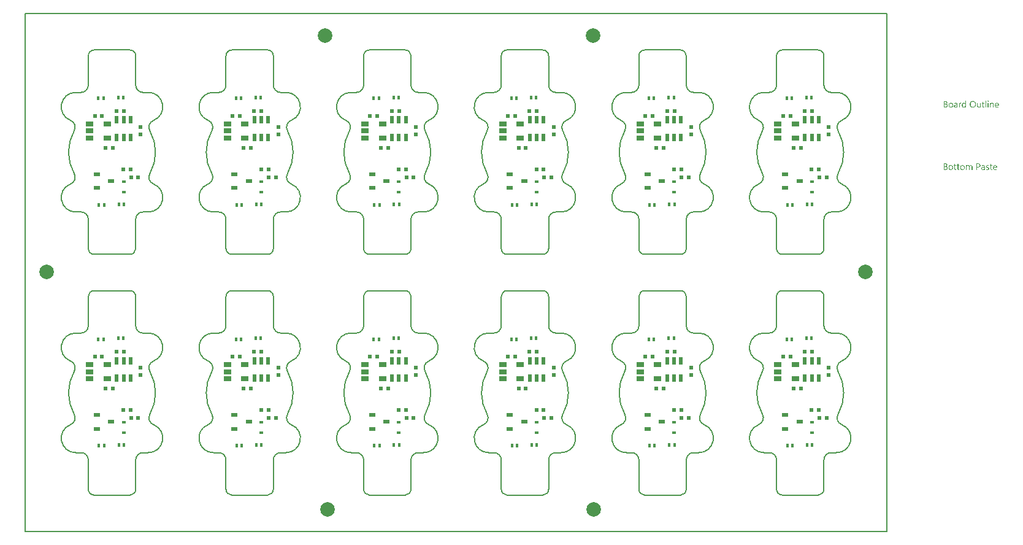
<source format=gbp>
G04*
G04 #@! TF.GenerationSoftware,Altium Limited,Altium Designer,21.6.4 (81)*
G04*
G04 Layer_Color=128*
%FSAX25Y25*%
%MOIN*%
G70*
G04*
G04 #@! TF.SameCoordinates,951E7868-A63B-422C-B91B-43858A88E4F6*
G04*
G04*
G04 #@! TF.FilePolarity,Positive*
G04*
G01*
G75*
%ADD14C,0.00787*%
%ADD18C,0.07874*%
%ADD23R,0.03937X0.02756*%
%ADD24R,0.02362X0.03937*%
%ADD28R,0.01968X0.02165*%
%ADD29R,0.01968X0.02165*%
%ADD30R,0.03543X0.02362*%
%ADD32R,0.02165X0.01968*%
%ADD55R,0.01280X0.02461*%
%ADD56R,0.02362X0.01575*%
G36*
X0503737Y0214153D02*
X0503761D01*
X0503817Y0214128D01*
X0503848Y0214110D01*
X0503879Y0214085D01*
X0503885Y0214079D01*
X0503891Y0214073D01*
X0503922Y0214036D01*
X0503947Y0213974D01*
X0503953Y0213937D01*
X0503960Y0213899D01*
Y0213893D01*
Y0213881D01*
X0503953Y0213862D01*
X0503947Y0213838D01*
X0503929Y0213776D01*
X0503904Y0213745D01*
X0503879Y0213714D01*
X0503873D01*
X0503867Y0213701D01*
X0503829Y0213677D01*
X0503774Y0213652D01*
X0503737Y0213646D01*
X0503699Y0213639D01*
X0503681D01*
X0503662Y0213646D01*
X0503638D01*
X0503576Y0213670D01*
X0503545Y0213683D01*
X0503514Y0213708D01*
Y0213714D01*
X0503501Y0213720D01*
X0503489Y0213738D01*
X0503477Y0213757D01*
X0503452Y0213819D01*
X0503446Y0213856D01*
X0503440Y0213899D01*
Y0213906D01*
Y0213918D01*
X0503446Y0213937D01*
X0503452Y0213968D01*
X0503471Y0214023D01*
X0503489Y0214054D01*
X0503514Y0214085D01*
X0503520Y0214091D01*
X0503526Y0214098D01*
X0503563Y0214122D01*
X0503625Y0214147D01*
X0503662Y0214159D01*
X0503718D01*
X0503737Y0214153D01*
D02*
G37*
G36*
X0491747Y0210489D02*
X0491344D01*
Y0210910D01*
X0491332D01*
Y0210904D01*
X0491320Y0210891D01*
X0491301Y0210866D01*
X0491282Y0210835D01*
X0491251Y0210798D01*
X0491214Y0210761D01*
X0491171Y0210718D01*
X0491121Y0210675D01*
X0491066Y0210625D01*
X0490998Y0210582D01*
X0490930Y0210544D01*
X0490849Y0210507D01*
X0490769Y0210476D01*
X0490676Y0210452D01*
X0490577Y0210439D01*
X0490472Y0210433D01*
X0490428D01*
X0490391Y0210439D01*
X0490354Y0210445D01*
X0490304Y0210452D01*
X0490199Y0210476D01*
X0490075Y0210513D01*
X0489952Y0210576D01*
X0489883Y0210613D01*
X0489828Y0210656D01*
X0489766Y0210712D01*
X0489710Y0210767D01*
Y0210773D01*
X0489698Y0210786D01*
X0489685Y0210805D01*
X0489667Y0210829D01*
X0489648Y0210860D01*
X0489623Y0210904D01*
X0489599Y0210953D01*
X0489574Y0211009D01*
X0489543Y0211071D01*
X0489518Y0211139D01*
X0489494Y0211213D01*
X0489475Y0211294D01*
X0489456Y0211380D01*
X0489444Y0211479D01*
X0489438Y0211578D01*
X0489432Y0211684D01*
Y0211690D01*
Y0211708D01*
Y0211745D01*
X0489438Y0211789D01*
X0489444Y0211838D01*
X0489450Y0211900D01*
X0489456Y0211968D01*
X0489469Y0212042D01*
X0489506Y0212203D01*
X0489562Y0212371D01*
X0489599Y0212451D01*
X0489642Y0212531D01*
X0489685Y0212606D01*
X0489741Y0212680D01*
X0489747Y0212686D01*
X0489753Y0212699D01*
X0489772Y0212717D01*
X0489797Y0212742D01*
X0489828Y0212767D01*
X0489871Y0212798D01*
X0489914Y0212835D01*
X0489964Y0212872D01*
X0490088Y0212940D01*
X0490230Y0213002D01*
X0490310Y0213020D01*
X0490397Y0213039D01*
X0490484Y0213052D01*
X0490583Y0213058D01*
X0490632D01*
X0490670Y0213052D01*
X0490707Y0213045D01*
X0490756Y0213039D01*
X0490868Y0213008D01*
X0490991Y0212959D01*
X0491053Y0212928D01*
X0491115Y0212884D01*
X0491177Y0212841D01*
X0491233Y0212785D01*
X0491282Y0212723D01*
X0491332Y0212649D01*
X0491344D01*
Y0214209D01*
X0491747D01*
Y0210489D01*
D02*
G37*
G36*
X0506015Y0213052D02*
X0506089Y0213045D01*
X0506182Y0213027D01*
X0506281Y0212996D01*
X0506386Y0212946D01*
X0506491Y0212878D01*
X0506534Y0212841D01*
X0506578Y0212791D01*
X0506590Y0212779D01*
X0506615Y0212742D01*
X0506646Y0212680D01*
X0506689Y0212593D01*
X0506726Y0212488D01*
X0506764Y0212358D01*
X0506788Y0212203D01*
X0506795Y0212024D01*
Y0210489D01*
X0506392D01*
Y0211919D01*
Y0211925D01*
Y0211956D01*
X0506386Y0211993D01*
Y0212042D01*
X0506374Y0212104D01*
X0506361Y0212173D01*
X0506343Y0212247D01*
X0506318Y0212321D01*
X0506287Y0212395D01*
X0506250Y0212463D01*
X0506200Y0212531D01*
X0506145Y0212593D01*
X0506083Y0212643D01*
X0506002Y0212680D01*
X0505915Y0212711D01*
X0505810Y0212717D01*
X0505798D01*
X0505761Y0212711D01*
X0505705Y0212705D01*
X0505637Y0212686D01*
X0505556Y0212662D01*
X0505470Y0212618D01*
X0505389Y0212562D01*
X0505309Y0212488D01*
X0505303Y0212476D01*
X0505278Y0212451D01*
X0505247Y0212402D01*
X0505210Y0212333D01*
X0505173Y0212253D01*
X0505142Y0212154D01*
X0505117Y0212042D01*
X0505111Y0211919D01*
Y0210489D01*
X0504708D01*
Y0213002D01*
X0505111D01*
Y0212581D01*
X0505123D01*
X0505129Y0212587D01*
X0505136Y0212600D01*
X0505154Y0212624D01*
X0505179Y0212655D01*
X0505204Y0212692D01*
X0505241Y0212730D01*
X0505284Y0212773D01*
X0505334Y0212822D01*
X0505389Y0212866D01*
X0505451Y0212909D01*
X0505519Y0212946D01*
X0505594Y0212983D01*
X0505668Y0213014D01*
X0505755Y0213039D01*
X0505847Y0213052D01*
X0505946Y0213058D01*
X0505984D01*
X0506015Y0213052D01*
D02*
G37*
G36*
X0489017Y0213039D02*
X0489091Y0213033D01*
X0489134Y0213020D01*
X0489165Y0213008D01*
Y0212593D01*
X0489159Y0212600D01*
X0489147Y0212606D01*
X0489122Y0212618D01*
X0489091Y0212637D01*
X0489048Y0212649D01*
X0488992Y0212662D01*
X0488930Y0212668D01*
X0488862Y0212674D01*
X0488850D01*
X0488819Y0212668D01*
X0488769Y0212662D01*
X0488714Y0212643D01*
X0488639Y0212612D01*
X0488571Y0212569D01*
X0488497Y0212507D01*
X0488429Y0212426D01*
X0488423Y0212414D01*
X0488404Y0212383D01*
X0488373Y0212327D01*
X0488342Y0212253D01*
X0488311Y0212160D01*
X0488280Y0212042D01*
X0488262Y0211912D01*
X0488256Y0211764D01*
Y0210489D01*
X0487853D01*
Y0213002D01*
X0488256D01*
Y0212482D01*
X0488268D01*
Y0212488D01*
X0488274Y0212494D01*
X0488286Y0212525D01*
X0488305Y0212575D01*
X0488336Y0212637D01*
X0488367Y0212699D01*
X0488416Y0212767D01*
X0488466Y0212835D01*
X0488528Y0212897D01*
X0488534Y0212903D01*
X0488559Y0212922D01*
X0488596Y0212946D01*
X0488645Y0212971D01*
X0488701Y0212996D01*
X0488769Y0213020D01*
X0488843Y0213039D01*
X0488924Y0213045D01*
X0488980D01*
X0489017Y0213039D01*
D02*
G37*
G36*
X0499756Y0210489D02*
X0499354D01*
Y0210885D01*
X0499342D01*
Y0210879D01*
X0499329Y0210866D01*
X0499317Y0210842D01*
X0499292Y0210817D01*
X0499236Y0210743D01*
X0499150Y0210662D01*
X0499100Y0210619D01*
X0499045Y0210576D01*
X0498983Y0210538D01*
X0498908Y0210501D01*
X0498834Y0210476D01*
X0498754Y0210452D01*
X0498661Y0210439D01*
X0498568Y0210433D01*
X0498531D01*
X0498488Y0210439D01*
X0498426Y0210452D01*
X0498357Y0210464D01*
X0498283Y0210489D01*
X0498203Y0210520D01*
X0498122Y0210569D01*
X0498036Y0210625D01*
X0497955Y0210693D01*
X0497881Y0210780D01*
X0497813Y0210885D01*
X0497751Y0211003D01*
X0497708Y0211145D01*
X0497683Y0211312D01*
X0497670Y0211399D01*
Y0211498D01*
Y0213002D01*
X0498067D01*
Y0211560D01*
Y0211554D01*
Y0211529D01*
X0498073Y0211485D01*
X0498079Y0211436D01*
X0498085Y0211374D01*
X0498098Y0211312D01*
X0498116Y0211238D01*
X0498141Y0211163D01*
X0498178Y0211089D01*
X0498215Y0211021D01*
X0498265Y0210953D01*
X0498327Y0210891D01*
X0498395Y0210842D01*
X0498475Y0210805D01*
X0498574Y0210773D01*
X0498679Y0210767D01*
X0498692D01*
X0498729Y0210773D01*
X0498785Y0210780D01*
X0498847Y0210792D01*
X0498927Y0210823D01*
X0499008Y0210860D01*
X0499088Y0210910D01*
X0499162Y0210984D01*
X0499168Y0210996D01*
X0499193Y0211021D01*
X0499224Y0211071D01*
X0499261Y0211139D01*
X0499292Y0211219D01*
X0499323Y0211318D01*
X0499348Y0211430D01*
X0499354Y0211554D01*
Y0213002D01*
X0499756D01*
Y0210489D01*
D02*
G37*
G36*
X0503891D02*
X0503489D01*
Y0213002D01*
X0503891D01*
Y0210489D01*
D02*
G37*
G36*
X0502672D02*
X0502270D01*
Y0214209D01*
X0502672D01*
Y0210489D01*
D02*
G37*
G36*
X0486293Y0213052D02*
X0486349Y0213045D01*
X0486417Y0213027D01*
X0486491Y0213008D01*
X0486572Y0212977D01*
X0486658Y0212940D01*
X0486739Y0212891D01*
X0486819Y0212829D01*
X0486894Y0212754D01*
X0486962Y0212662D01*
X0487017Y0212556D01*
X0487061Y0212433D01*
X0487085Y0212290D01*
X0487098Y0212123D01*
Y0210489D01*
X0486696D01*
Y0210879D01*
X0486683D01*
Y0210873D01*
X0486671Y0210860D01*
X0486658Y0210835D01*
X0486634Y0210811D01*
X0486572Y0210736D01*
X0486491Y0210656D01*
X0486380Y0210576D01*
X0486250Y0210501D01*
X0486169Y0210476D01*
X0486089Y0210452D01*
X0486002Y0210439D01*
X0485910Y0210433D01*
X0485872D01*
X0485848Y0210439D01*
X0485779Y0210445D01*
X0485699Y0210458D01*
X0485600Y0210483D01*
X0485507Y0210513D01*
X0485408Y0210563D01*
X0485321Y0210625D01*
X0485315Y0210637D01*
X0485290Y0210662D01*
X0485253Y0210705D01*
X0485216Y0210767D01*
X0485179Y0210842D01*
X0485142Y0210928D01*
X0485117Y0211034D01*
X0485111Y0211151D01*
Y0211157D01*
Y0211182D01*
X0485117Y0211219D01*
X0485123Y0211262D01*
X0485136Y0211318D01*
X0485154Y0211380D01*
X0485179Y0211448D01*
X0485216Y0211516D01*
X0485259Y0211591D01*
X0485315Y0211665D01*
X0485383Y0211733D01*
X0485464Y0211795D01*
X0485557Y0211857D01*
X0485668Y0211906D01*
X0485792Y0211943D01*
X0485940Y0211974D01*
X0486696Y0212080D01*
Y0212086D01*
Y0212104D01*
X0486689Y0212141D01*
Y0212179D01*
X0486677Y0212228D01*
X0486671Y0212284D01*
X0486634Y0212402D01*
X0486603Y0212457D01*
X0486572Y0212513D01*
X0486528Y0212569D01*
X0486479Y0212618D01*
X0486417Y0212662D01*
X0486349Y0212692D01*
X0486269Y0212711D01*
X0486176Y0212717D01*
X0486132D01*
X0486101Y0212711D01*
X0486058D01*
X0486015Y0212699D01*
X0485903Y0212680D01*
X0485779Y0212643D01*
X0485643Y0212587D01*
X0485569Y0212550D01*
X0485501Y0212513D01*
X0485427Y0212463D01*
X0485358Y0212408D01*
Y0212822D01*
X0485365D01*
X0485377Y0212835D01*
X0485396Y0212847D01*
X0485427Y0212860D01*
X0485458Y0212878D01*
X0485501Y0212897D01*
X0485550Y0212915D01*
X0485606Y0212940D01*
X0485730Y0212983D01*
X0485879Y0213020D01*
X0486039Y0213045D01*
X0486213Y0213058D01*
X0486250D01*
X0486293Y0213052D01*
D02*
G37*
G36*
X0480605Y0213999D02*
X0480648D01*
X0480691Y0213992D01*
X0480790Y0213980D01*
X0480908Y0213949D01*
X0481032Y0213912D01*
X0481149Y0213856D01*
X0481255Y0213782D01*
X0481261D01*
X0481267Y0213770D01*
X0481298Y0213745D01*
X0481341Y0213695D01*
X0481391Y0213627D01*
X0481434Y0213541D01*
X0481477Y0213441D01*
X0481508Y0213330D01*
X0481521Y0213268D01*
Y0213200D01*
Y0213194D01*
Y0213188D01*
Y0213151D01*
X0481515Y0213095D01*
X0481502Y0213027D01*
X0481484Y0212940D01*
X0481453Y0212853D01*
X0481416Y0212767D01*
X0481360Y0212680D01*
X0481354Y0212668D01*
X0481329Y0212643D01*
X0481292Y0212606D01*
X0481242Y0212556D01*
X0481180Y0212507D01*
X0481106Y0212451D01*
X0481013Y0212408D01*
X0480914Y0212364D01*
Y0212358D01*
X0480933D01*
X0480951Y0212352D01*
X0480970Y0212346D01*
X0481038Y0212333D01*
X0481118Y0212309D01*
X0481205Y0212271D01*
X0481298Y0212228D01*
X0481391Y0212166D01*
X0481477Y0212086D01*
X0481490Y0212073D01*
X0481515Y0212042D01*
X0481545Y0211999D01*
X0481589Y0211931D01*
X0481626Y0211844D01*
X0481663Y0211745D01*
X0481688Y0211628D01*
X0481694Y0211498D01*
Y0211492D01*
Y0211479D01*
Y0211454D01*
X0481688Y0211423D01*
X0481682Y0211386D01*
X0481675Y0211343D01*
X0481651Y0211238D01*
X0481614Y0211120D01*
X0481558Y0210996D01*
X0481521Y0210941D01*
X0481477Y0210879D01*
X0481422Y0210823D01*
X0481366Y0210767D01*
X0481360D01*
X0481354Y0210755D01*
X0481335Y0210743D01*
X0481310Y0210724D01*
X0481279Y0210705D01*
X0481236Y0210681D01*
X0481143Y0210631D01*
X0481026Y0210576D01*
X0480889Y0210532D01*
X0480728Y0210501D01*
X0480648Y0210495D01*
X0480555Y0210489D01*
X0479528D01*
Y0214005D01*
X0480574D01*
X0480605Y0213999D01*
D02*
G37*
G36*
X0501100Y0213002D02*
X0501737D01*
Y0212655D01*
X0501100D01*
Y0211238D01*
Y0211225D01*
Y0211194D01*
X0501106Y0211151D01*
X0501112Y0211095D01*
X0501137Y0210978D01*
X0501155Y0210922D01*
X0501186Y0210879D01*
X0501193Y0210873D01*
X0501205Y0210860D01*
X0501224Y0210848D01*
X0501255Y0210829D01*
X0501292Y0210805D01*
X0501341Y0210792D01*
X0501403Y0210780D01*
X0501471Y0210773D01*
X0501496D01*
X0501527Y0210780D01*
X0501564Y0210786D01*
X0501651Y0210811D01*
X0501694Y0210829D01*
X0501737Y0210854D01*
Y0210507D01*
X0501731D01*
X0501713Y0210495D01*
X0501682Y0210489D01*
X0501638Y0210476D01*
X0501582Y0210464D01*
X0501521Y0210452D01*
X0501446Y0210445D01*
X0501360Y0210439D01*
X0501329D01*
X0501298Y0210445D01*
X0501255Y0210452D01*
X0501205Y0210464D01*
X0501149Y0210476D01*
X0501093Y0210501D01*
X0501032Y0210532D01*
X0500970Y0210569D01*
X0500908Y0210619D01*
X0500852Y0210675D01*
X0500803Y0210749D01*
X0500759Y0210829D01*
X0500728Y0210928D01*
X0500703Y0211040D01*
X0500697Y0211170D01*
Y0212655D01*
X0500270D01*
Y0213002D01*
X0500697D01*
Y0213615D01*
X0501100Y0213745D01*
Y0213002D01*
D02*
G37*
G36*
X0508627Y0213052D02*
X0508670Y0213045D01*
X0508713Y0213039D01*
X0508825Y0213020D01*
X0508949Y0212977D01*
X0509072Y0212922D01*
X0509134Y0212884D01*
X0509196Y0212841D01*
X0509252Y0212791D01*
X0509308Y0212736D01*
X0509314Y0212730D01*
X0509320Y0212723D01*
X0509332Y0212705D01*
X0509351Y0212680D01*
X0509370Y0212643D01*
X0509394Y0212606D01*
X0509419Y0212562D01*
X0509444Y0212507D01*
X0509469Y0212445D01*
X0509493Y0212383D01*
X0509518Y0212309D01*
X0509537Y0212228D01*
X0509555Y0212141D01*
X0509568Y0212055D01*
X0509580Y0211956D01*
Y0211851D01*
Y0211640D01*
X0507803D01*
Y0211634D01*
Y0211622D01*
Y0211603D01*
X0507810Y0211572D01*
X0507816Y0211535D01*
Y0211498D01*
X0507834Y0211399D01*
X0507865Y0211300D01*
X0507902Y0211188D01*
X0507958Y0211083D01*
X0508026Y0210990D01*
X0508039Y0210978D01*
X0508064Y0210953D01*
X0508113Y0210922D01*
X0508181Y0210879D01*
X0508268Y0210835D01*
X0508367Y0210805D01*
X0508484Y0210780D01*
X0508621Y0210767D01*
X0508664D01*
X0508695Y0210773D01*
X0508732D01*
X0508775Y0210780D01*
X0508881Y0210805D01*
X0508998Y0210835D01*
X0509128Y0210885D01*
X0509264Y0210953D01*
X0509332Y0210996D01*
X0509401Y0211046D01*
Y0210668D01*
X0509394D01*
X0509388Y0210656D01*
X0509370Y0210650D01*
X0509339Y0210631D01*
X0509308Y0210613D01*
X0509270Y0210594D01*
X0509221Y0210576D01*
X0509171Y0210551D01*
X0509110Y0210526D01*
X0509042Y0210507D01*
X0508893Y0210470D01*
X0508720Y0210445D01*
X0508528Y0210433D01*
X0508478D01*
X0508441Y0210439D01*
X0508398Y0210445D01*
X0508342Y0210452D01*
X0508224Y0210476D01*
X0508088Y0210513D01*
X0507952Y0210576D01*
X0507884Y0210619D01*
X0507816Y0210662D01*
X0507754Y0210712D01*
X0507692Y0210773D01*
X0507686Y0210780D01*
X0507680Y0210792D01*
X0507667Y0210811D01*
X0507643Y0210835D01*
X0507624Y0210873D01*
X0507599Y0210916D01*
X0507568Y0210965D01*
X0507544Y0211021D01*
X0507513Y0211083D01*
X0507488Y0211157D01*
X0507457Y0211238D01*
X0507438Y0211324D01*
X0507420Y0211417D01*
X0507401Y0211516D01*
X0507395Y0211622D01*
X0507389Y0211733D01*
Y0211739D01*
Y0211758D01*
Y0211789D01*
X0507395Y0211832D01*
X0507401Y0211881D01*
X0507407Y0211937D01*
X0507413Y0212005D01*
X0507432Y0212073D01*
X0507469Y0212222D01*
X0507525Y0212383D01*
X0507562Y0212463D01*
X0507612Y0212538D01*
X0507661Y0212618D01*
X0507717Y0212686D01*
X0507723Y0212692D01*
X0507735Y0212705D01*
X0507754Y0212723D01*
X0507779Y0212742D01*
X0507810Y0212773D01*
X0507847Y0212804D01*
X0507896Y0212835D01*
X0507946Y0212872D01*
X0508064Y0212940D01*
X0508206Y0213002D01*
X0508286Y0213020D01*
X0508367Y0213039D01*
X0508453Y0213052D01*
X0508546Y0213058D01*
X0508596D01*
X0508627Y0213052D01*
D02*
G37*
G36*
X0495584Y0214060D02*
X0495646Y0214054D01*
X0495721Y0214042D01*
X0495801Y0214023D01*
X0495888Y0214005D01*
X0495974Y0213980D01*
X0496073Y0213949D01*
X0496166Y0213906D01*
X0496265Y0213856D01*
X0496364Y0213800D01*
X0496457Y0213732D01*
X0496550Y0213658D01*
X0496637Y0213571D01*
X0496643Y0213565D01*
X0496655Y0213547D01*
X0496680Y0213522D01*
X0496705Y0213485D01*
X0496742Y0213435D01*
X0496779Y0213373D01*
X0496816Y0213305D01*
X0496860Y0213231D01*
X0496903Y0213138D01*
X0496940Y0213045D01*
X0496977Y0212940D01*
X0497014Y0212822D01*
X0497039Y0212705D01*
X0497064Y0212575D01*
X0497076Y0212433D01*
X0497082Y0212290D01*
Y0212278D01*
Y0212253D01*
Y0212210D01*
X0497076Y0212148D01*
X0497070Y0212073D01*
X0497058Y0211993D01*
X0497045Y0211900D01*
X0497027Y0211795D01*
X0497002Y0211690D01*
X0496971Y0211578D01*
X0496934Y0211467D01*
X0496890Y0211355D01*
X0496835Y0211238D01*
X0496773Y0211133D01*
X0496705Y0211027D01*
X0496624Y0210928D01*
X0496618Y0210922D01*
X0496606Y0210910D01*
X0496575Y0210885D01*
X0496544Y0210854D01*
X0496494Y0210811D01*
X0496439Y0210773D01*
X0496377Y0210724D01*
X0496303Y0210681D01*
X0496222Y0210637D01*
X0496129Y0210588D01*
X0496030Y0210551D01*
X0495919Y0210513D01*
X0495801Y0210476D01*
X0495677Y0210452D01*
X0495547Y0210439D01*
X0495405Y0210433D01*
X0495374D01*
X0495331Y0210439D01*
X0495281D01*
X0495219Y0210445D01*
X0495145Y0210458D01*
X0495064Y0210476D01*
X0494972Y0210495D01*
X0494879Y0210520D01*
X0494780Y0210551D01*
X0494681Y0210594D01*
X0494582Y0210637D01*
X0494483Y0210693D01*
X0494384Y0210761D01*
X0494291Y0210835D01*
X0494204Y0210922D01*
X0494198Y0210928D01*
X0494185Y0210947D01*
X0494161Y0210972D01*
X0494136Y0211009D01*
X0494099Y0211058D01*
X0494062Y0211120D01*
X0494025Y0211188D01*
X0493981Y0211269D01*
X0493938Y0211355D01*
X0493901Y0211448D01*
X0493864Y0211554D01*
X0493826Y0211671D01*
X0493802Y0211789D01*
X0493777Y0211919D01*
X0493765Y0212061D01*
X0493758Y0212203D01*
Y0212216D01*
Y0212241D01*
X0493765Y0212284D01*
Y0212346D01*
X0493771Y0212414D01*
X0493783Y0212501D01*
X0493795Y0212593D01*
X0493814Y0212692D01*
X0493839Y0212798D01*
X0493870Y0212909D01*
X0493907Y0213020D01*
X0493950Y0213132D01*
X0494006Y0213243D01*
X0494068Y0213355D01*
X0494136Y0213460D01*
X0494216Y0213559D01*
X0494223Y0213565D01*
X0494235Y0213584D01*
X0494266Y0213609D01*
X0494303Y0213639D01*
X0494346Y0213677D01*
X0494402Y0213720D01*
X0494470Y0213763D01*
X0494545Y0213813D01*
X0494631Y0213862D01*
X0494724Y0213906D01*
X0494823Y0213949D01*
X0494935Y0213986D01*
X0495058Y0214017D01*
X0495188Y0214048D01*
X0495324Y0214060D01*
X0495467Y0214067D01*
X0495535D01*
X0495584Y0214060D01*
D02*
G37*
G36*
X0483557Y0213052D02*
X0483601Y0213045D01*
X0483656Y0213039D01*
X0483780Y0213014D01*
X0483922Y0212971D01*
X0484065Y0212909D01*
X0484139Y0212872D01*
X0484207Y0212829D01*
X0484275Y0212773D01*
X0484337Y0212711D01*
X0484343Y0212705D01*
X0484350Y0212692D01*
X0484368Y0212674D01*
X0484387Y0212649D01*
X0484411Y0212612D01*
X0484436Y0212569D01*
X0484467Y0212519D01*
X0484498Y0212463D01*
X0484523Y0212395D01*
X0484554Y0212327D01*
X0484579Y0212247D01*
X0484603Y0212160D01*
X0484622Y0212067D01*
X0484641Y0211968D01*
X0484647Y0211863D01*
X0484653Y0211752D01*
Y0211745D01*
Y0211727D01*
Y0211696D01*
X0484647Y0211652D01*
X0484641Y0211603D01*
X0484634Y0211541D01*
X0484622Y0211479D01*
X0484610Y0211405D01*
X0484572Y0211256D01*
X0484511Y0211095D01*
X0484473Y0211015D01*
X0484424Y0210934D01*
X0484374Y0210860D01*
X0484312Y0210792D01*
X0484306Y0210786D01*
X0484294Y0210780D01*
X0484275Y0210761D01*
X0484250Y0210736D01*
X0484213Y0210712D01*
X0484176Y0210681D01*
X0484127Y0210644D01*
X0484071Y0210613D01*
X0484009Y0210582D01*
X0483941Y0210544D01*
X0483867Y0210513D01*
X0483786Y0210489D01*
X0483700Y0210464D01*
X0483607Y0210452D01*
X0483508Y0210439D01*
X0483402Y0210433D01*
X0483347D01*
X0483310Y0210439D01*
X0483266Y0210445D01*
X0483211Y0210452D01*
X0483149Y0210464D01*
X0483081Y0210476D01*
X0482938Y0210520D01*
X0482790Y0210582D01*
X0482715Y0210619D01*
X0482647Y0210668D01*
X0482579Y0210718D01*
X0482511Y0210780D01*
X0482505Y0210786D01*
X0482499Y0210798D01*
X0482480Y0210817D01*
X0482462Y0210842D01*
X0482437Y0210879D01*
X0482406Y0210922D01*
X0482375Y0210972D01*
X0482350Y0211027D01*
X0482319Y0211095D01*
X0482288Y0211163D01*
X0482257Y0211238D01*
X0482233Y0211324D01*
X0482195Y0211510D01*
X0482189Y0211609D01*
X0482183Y0211714D01*
Y0211721D01*
Y0211745D01*
Y0211776D01*
X0482189Y0211820D01*
X0482195Y0211869D01*
X0482202Y0211931D01*
X0482214Y0211999D01*
X0482226Y0212073D01*
X0482264Y0212234D01*
X0482325Y0212395D01*
X0482369Y0212476D01*
X0482412Y0212556D01*
X0482462Y0212631D01*
X0482523Y0212699D01*
X0482530Y0212705D01*
X0482542Y0212717D01*
X0482561Y0212730D01*
X0482585Y0212754D01*
X0482623Y0212779D01*
X0482666Y0212810D01*
X0482715Y0212847D01*
X0482771Y0212878D01*
X0482833Y0212909D01*
X0482907Y0212946D01*
X0482982Y0212977D01*
X0483068Y0213002D01*
X0483155Y0213027D01*
X0483254Y0213045D01*
X0483359Y0213052D01*
X0483464Y0213058D01*
X0483520D01*
X0483557Y0213052D01*
D02*
G37*
G36*
X0503656Y0179193D02*
X0503737Y0179187D01*
X0503823Y0179175D01*
X0503922Y0179150D01*
X0504021Y0179125D01*
X0504120Y0179088D01*
Y0178679D01*
X0504108Y0178686D01*
X0504071Y0178710D01*
X0504015Y0178735D01*
X0503941Y0178772D01*
X0503848Y0178803D01*
X0503737Y0178834D01*
X0503613Y0178853D01*
X0503483Y0178859D01*
X0503415D01*
X0503353Y0178847D01*
X0503279Y0178834D01*
X0503272D01*
X0503266Y0178828D01*
X0503229Y0178816D01*
X0503180Y0178791D01*
X0503124Y0178760D01*
X0503112Y0178754D01*
X0503087Y0178729D01*
X0503056Y0178692D01*
X0503025Y0178648D01*
X0503019Y0178636D01*
X0503006Y0178605D01*
X0502994Y0178562D01*
X0502988Y0178506D01*
Y0178500D01*
Y0178488D01*
Y0178469D01*
X0502994Y0178450D01*
X0503006Y0178395D01*
X0503025Y0178339D01*
X0503031Y0178327D01*
X0503050Y0178302D01*
X0503087Y0178265D01*
X0503130Y0178221D01*
X0503136D01*
X0503142Y0178215D01*
X0503180Y0178190D01*
X0503229Y0178159D01*
X0503297Y0178129D01*
X0503303D01*
X0503316Y0178122D01*
X0503334Y0178116D01*
X0503365Y0178104D01*
X0503433Y0178079D01*
X0503520Y0178042D01*
X0503526D01*
X0503551Y0178030D01*
X0503582Y0178017D01*
X0503619Y0178005D01*
X0503718Y0177961D01*
X0503817Y0177912D01*
X0503823D01*
X0503842Y0177900D01*
X0503867Y0177887D01*
X0503898Y0177868D01*
X0503972Y0177819D01*
X0504046Y0177757D01*
X0504052Y0177751D01*
X0504065Y0177745D01*
X0504077Y0177726D01*
X0504102Y0177701D01*
X0504145Y0177639D01*
X0504188Y0177559D01*
Y0177553D01*
X0504195Y0177541D01*
X0504207Y0177516D01*
X0504213Y0177485D01*
X0504226Y0177448D01*
X0504232Y0177404D01*
X0504238Y0177299D01*
Y0177293D01*
Y0177268D01*
X0504232Y0177231D01*
X0504226Y0177188D01*
X0504219Y0177138D01*
X0504201Y0177082D01*
X0504182Y0177033D01*
X0504151Y0176977D01*
X0504145Y0176971D01*
X0504139Y0176952D01*
X0504120Y0176928D01*
X0504096Y0176897D01*
X0504065Y0176859D01*
X0504028Y0176822D01*
X0503935Y0176748D01*
X0503929Y0176742D01*
X0503910Y0176736D01*
X0503885Y0176717D01*
X0503842Y0176699D01*
X0503798Y0176674D01*
X0503743Y0176655D01*
X0503687Y0176637D01*
X0503619Y0176618D01*
X0503613D01*
X0503588Y0176612D01*
X0503551Y0176606D01*
X0503508Y0176600D01*
X0503446Y0176587D01*
X0503384Y0176581D01*
X0503241Y0176575D01*
X0503180D01*
X0503105Y0176581D01*
X0503012Y0176593D01*
X0502907Y0176612D01*
X0502796Y0176637D01*
X0502684Y0176668D01*
X0502573Y0176717D01*
Y0177150D01*
X0502579D01*
X0502585Y0177138D01*
X0502604Y0177126D01*
X0502629Y0177113D01*
X0502697Y0177076D01*
X0502790Y0177033D01*
X0502895Y0176983D01*
X0503019Y0176946D01*
X0503155Y0176921D01*
X0503297Y0176909D01*
X0503347D01*
X0503378Y0176915D01*
X0503464Y0176928D01*
X0503563Y0176952D01*
X0503656Y0176996D01*
X0503699Y0177027D01*
X0503743Y0177058D01*
X0503774Y0177101D01*
X0503798Y0177144D01*
X0503817Y0177200D01*
X0503823Y0177262D01*
Y0177268D01*
Y0177280D01*
Y0177299D01*
X0503817Y0177318D01*
X0503805Y0177373D01*
X0503780Y0177429D01*
Y0177435D01*
X0503774Y0177441D01*
X0503749Y0177472D01*
X0503712Y0177516D01*
X0503656Y0177553D01*
X0503650D01*
X0503644Y0177565D01*
X0503607Y0177584D01*
X0503551Y0177621D01*
X0503477Y0177652D01*
X0503471D01*
X0503458Y0177658D01*
X0503440Y0177670D01*
X0503409Y0177683D01*
X0503340Y0177708D01*
X0503254Y0177745D01*
X0503248D01*
X0503223Y0177757D01*
X0503192Y0177769D01*
X0503155Y0177782D01*
X0503056Y0177825D01*
X0502957Y0177875D01*
X0502950Y0177881D01*
X0502938Y0177887D01*
X0502913Y0177900D01*
X0502882Y0177918D01*
X0502814Y0177968D01*
X0502746Y0178023D01*
X0502740Y0178030D01*
X0502734Y0178036D01*
X0502715Y0178054D01*
X0502697Y0178079D01*
X0502653Y0178141D01*
X0502616Y0178215D01*
Y0178221D01*
X0502610Y0178234D01*
X0502604Y0178259D01*
X0502598Y0178289D01*
X0502592Y0178327D01*
X0502585Y0178370D01*
X0502579Y0178475D01*
Y0178481D01*
Y0178506D01*
X0502585Y0178537D01*
X0502592Y0178580D01*
X0502598Y0178630D01*
X0502616Y0178679D01*
X0502635Y0178735D01*
X0502660Y0178785D01*
X0502666Y0178791D01*
X0502672Y0178809D01*
X0502691Y0178834D01*
X0502715Y0178865D01*
X0502783Y0178939D01*
X0502870Y0179014D01*
X0502876Y0179020D01*
X0502895Y0179026D01*
X0502920Y0179045D01*
X0502963Y0179063D01*
X0503006Y0179088D01*
X0503056Y0179113D01*
X0503180Y0179150D01*
X0503186D01*
X0503210Y0179156D01*
X0503241Y0179168D01*
X0503291Y0179175D01*
X0503340Y0179187D01*
X0503402Y0179193D01*
X0503539Y0179199D01*
X0503594D01*
X0503656Y0179193D01*
D02*
G37*
G36*
X0494464D02*
X0494520Y0179181D01*
X0494582Y0179168D01*
X0494650Y0179144D01*
X0494730Y0179113D01*
X0494804Y0179069D01*
X0494885Y0179020D01*
X0494959Y0178952D01*
X0495027Y0178865D01*
X0495089Y0178766D01*
X0495145Y0178655D01*
X0495182Y0178512D01*
X0495213Y0178358D01*
X0495219Y0178178D01*
Y0176630D01*
X0494817D01*
Y0178073D01*
Y0178079D01*
Y0178091D01*
Y0178110D01*
Y0178141D01*
X0494811Y0178215D01*
X0494798Y0178302D01*
X0494786Y0178401D01*
X0494761Y0178500D01*
X0494730Y0178593D01*
X0494687Y0178673D01*
X0494681Y0178679D01*
X0494662Y0178704D01*
X0494631Y0178735D01*
X0494582Y0178766D01*
X0494526Y0178803D01*
X0494452Y0178828D01*
X0494359Y0178853D01*
X0494254Y0178859D01*
X0494241D01*
X0494210Y0178853D01*
X0494161Y0178847D01*
X0494099Y0178828D01*
X0494031Y0178803D01*
X0493957Y0178760D01*
X0493882Y0178704D01*
X0493814Y0178624D01*
X0493808Y0178611D01*
X0493789Y0178580D01*
X0493758Y0178531D01*
X0493727Y0178463D01*
X0493690Y0178382D01*
X0493666Y0178289D01*
X0493641Y0178178D01*
X0493635Y0178060D01*
Y0176630D01*
X0493232D01*
Y0178122D01*
Y0178129D01*
Y0178153D01*
X0493226Y0178190D01*
Y0178240D01*
X0493214Y0178296D01*
X0493201Y0178358D01*
X0493183Y0178419D01*
X0493164Y0178494D01*
X0493133Y0178562D01*
X0493096Y0178624D01*
X0493047Y0178686D01*
X0492991Y0178741D01*
X0492929Y0178791D01*
X0492848Y0178828D01*
X0492762Y0178853D01*
X0492663Y0178859D01*
X0492650D01*
X0492619Y0178853D01*
X0492570Y0178847D01*
X0492508Y0178834D01*
X0492440Y0178803D01*
X0492366Y0178766D01*
X0492291Y0178710D01*
X0492223Y0178636D01*
X0492217Y0178624D01*
X0492199Y0178599D01*
X0492168Y0178549D01*
X0492137Y0178481D01*
X0492106Y0178401D01*
X0492075Y0178302D01*
X0492056Y0178190D01*
X0492050Y0178060D01*
Y0176630D01*
X0491648D01*
Y0179144D01*
X0492050D01*
Y0178741D01*
X0492062D01*
X0492068Y0178747D01*
X0492075Y0178760D01*
X0492093Y0178785D01*
X0492112Y0178816D01*
X0492174Y0178884D01*
X0492260Y0178970D01*
X0492372Y0179057D01*
X0492502Y0179125D01*
X0492582Y0179156D01*
X0492663Y0179181D01*
X0492749Y0179193D01*
X0492842Y0179199D01*
X0492886D01*
X0492935Y0179193D01*
X0492997Y0179181D01*
X0493065Y0179162D01*
X0493139Y0179138D01*
X0493214Y0179106D01*
X0493288Y0179057D01*
X0493294Y0179051D01*
X0493319Y0179032D01*
X0493350Y0179001D01*
X0493393Y0178958D01*
X0493436Y0178902D01*
X0493480Y0178840D01*
X0493523Y0178766D01*
X0493554Y0178679D01*
X0493560Y0178686D01*
X0493567Y0178704D01*
X0493585Y0178729D01*
X0493604Y0178760D01*
X0493635Y0178803D01*
X0493672Y0178847D01*
X0493715Y0178890D01*
X0493765Y0178939D01*
X0493820Y0178989D01*
X0493882Y0179032D01*
X0493950Y0179082D01*
X0494025Y0179119D01*
X0494105Y0179150D01*
X0494192Y0179175D01*
X0494291Y0179193D01*
X0494390Y0179199D01*
X0494427D01*
X0494464Y0179193D01*
D02*
G37*
G36*
X0501162D02*
X0501217Y0179187D01*
X0501285Y0179168D01*
X0501360Y0179150D01*
X0501440Y0179119D01*
X0501527Y0179082D01*
X0501607Y0179032D01*
X0501688Y0178970D01*
X0501762Y0178896D01*
X0501830Y0178803D01*
X0501886Y0178698D01*
X0501929Y0178574D01*
X0501954Y0178432D01*
X0501966Y0178265D01*
Y0176630D01*
X0501564D01*
Y0177021D01*
X0501552D01*
Y0177014D01*
X0501539Y0177002D01*
X0501527Y0176977D01*
X0501502Y0176952D01*
X0501440Y0176878D01*
X0501360Y0176798D01*
X0501248Y0176717D01*
X0501118Y0176643D01*
X0501038Y0176618D01*
X0500957Y0176593D01*
X0500871Y0176581D01*
X0500778Y0176575D01*
X0500741D01*
X0500716Y0176581D01*
X0500648Y0176587D01*
X0500567Y0176600D01*
X0500468Y0176624D01*
X0500376Y0176655D01*
X0500276Y0176705D01*
X0500190Y0176767D01*
X0500184Y0176779D01*
X0500159Y0176804D01*
X0500122Y0176847D01*
X0500085Y0176909D01*
X0500047Y0176983D01*
X0500010Y0177070D01*
X0499986Y0177175D01*
X0499979Y0177293D01*
Y0177299D01*
Y0177324D01*
X0499986Y0177361D01*
X0499992Y0177404D01*
X0500004Y0177460D01*
X0500023Y0177522D01*
X0500047Y0177590D01*
X0500085Y0177658D01*
X0500128Y0177732D01*
X0500184Y0177807D01*
X0500252Y0177875D01*
X0500332Y0177937D01*
X0500425Y0177998D01*
X0500536Y0178048D01*
X0500660Y0178085D01*
X0500809Y0178116D01*
X0501564Y0178221D01*
Y0178227D01*
Y0178246D01*
X0501558Y0178283D01*
Y0178320D01*
X0501545Y0178370D01*
X0501539Y0178426D01*
X0501502Y0178543D01*
X0501471Y0178599D01*
X0501440Y0178655D01*
X0501397Y0178710D01*
X0501347Y0178760D01*
X0501285Y0178803D01*
X0501217Y0178834D01*
X0501137Y0178853D01*
X0501044Y0178859D01*
X0501001D01*
X0500970Y0178853D01*
X0500926D01*
X0500883Y0178840D01*
X0500772Y0178822D01*
X0500648Y0178785D01*
X0500512Y0178729D01*
X0500437Y0178692D01*
X0500369Y0178655D01*
X0500295Y0178605D01*
X0500227Y0178549D01*
Y0178964D01*
X0500233D01*
X0500246Y0178977D01*
X0500264Y0178989D01*
X0500295Y0179001D01*
X0500326Y0179020D01*
X0500369Y0179038D01*
X0500419Y0179057D01*
X0500475Y0179082D01*
X0500598Y0179125D01*
X0500747Y0179162D01*
X0500908Y0179187D01*
X0501081Y0179199D01*
X0501118D01*
X0501162Y0179193D01*
D02*
G37*
G36*
X0498463Y0180140D02*
X0498512D01*
X0498562Y0180134D01*
X0498692Y0180109D01*
X0498828Y0180078D01*
X0498977Y0180029D01*
X0499119Y0179961D01*
X0499181Y0179917D01*
X0499243Y0179868D01*
X0499249D01*
X0499255Y0179856D01*
X0499274Y0179837D01*
X0499292Y0179818D01*
X0499342Y0179756D01*
X0499404Y0179670D01*
X0499459Y0179558D01*
X0499509Y0179428D01*
X0499546Y0179274D01*
X0499552Y0179187D01*
X0499558Y0179094D01*
Y0179088D01*
Y0179069D01*
Y0179045D01*
X0499552Y0179014D01*
X0499546Y0178970D01*
X0499540Y0178921D01*
X0499515Y0178803D01*
X0499472Y0178673D01*
X0499410Y0178537D01*
X0499373Y0178469D01*
X0499329Y0178401D01*
X0499274Y0178333D01*
X0499212Y0178271D01*
X0499206Y0178265D01*
X0499193Y0178259D01*
X0499175Y0178240D01*
X0499150Y0178221D01*
X0499113Y0178197D01*
X0499069Y0178172D01*
X0499020Y0178141D01*
X0498964Y0178116D01*
X0498902Y0178085D01*
X0498834Y0178054D01*
X0498754Y0178030D01*
X0498673Y0178005D01*
X0498488Y0177968D01*
X0498388Y0177961D01*
X0498283Y0177955D01*
X0497819D01*
Y0176630D01*
X0497404D01*
Y0180146D01*
X0498426D01*
X0498463Y0180140D01*
D02*
G37*
G36*
X0480605D02*
X0480648D01*
X0480691Y0180134D01*
X0480790Y0180122D01*
X0480908Y0180091D01*
X0481032Y0180054D01*
X0481149Y0179998D01*
X0481255Y0179924D01*
X0481261D01*
X0481267Y0179911D01*
X0481298Y0179886D01*
X0481341Y0179837D01*
X0481391Y0179769D01*
X0481434Y0179682D01*
X0481477Y0179583D01*
X0481508Y0179472D01*
X0481521Y0179410D01*
Y0179342D01*
Y0179335D01*
Y0179329D01*
Y0179292D01*
X0481515Y0179236D01*
X0481502Y0179168D01*
X0481484Y0179082D01*
X0481453Y0178995D01*
X0481416Y0178908D01*
X0481360Y0178822D01*
X0481354Y0178809D01*
X0481329Y0178785D01*
X0481292Y0178747D01*
X0481242Y0178698D01*
X0481180Y0178648D01*
X0481106Y0178593D01*
X0481013Y0178549D01*
X0480914Y0178506D01*
Y0178500D01*
X0480933D01*
X0480951Y0178494D01*
X0480970Y0178488D01*
X0481038Y0178475D01*
X0481118Y0178450D01*
X0481205Y0178413D01*
X0481298Y0178370D01*
X0481391Y0178308D01*
X0481477Y0178227D01*
X0481490Y0178215D01*
X0481515Y0178184D01*
X0481545Y0178141D01*
X0481589Y0178073D01*
X0481626Y0177986D01*
X0481663Y0177887D01*
X0481688Y0177769D01*
X0481694Y0177639D01*
Y0177633D01*
Y0177621D01*
Y0177596D01*
X0481688Y0177565D01*
X0481682Y0177528D01*
X0481675Y0177485D01*
X0481651Y0177380D01*
X0481614Y0177262D01*
X0481558Y0177138D01*
X0481521Y0177082D01*
X0481477Y0177021D01*
X0481422Y0176965D01*
X0481366Y0176909D01*
X0481360D01*
X0481354Y0176897D01*
X0481335Y0176884D01*
X0481310Y0176866D01*
X0481279Y0176847D01*
X0481236Y0176822D01*
X0481143Y0176773D01*
X0481026Y0176717D01*
X0480889Y0176674D01*
X0480728Y0176643D01*
X0480648Y0176637D01*
X0480555Y0176630D01*
X0479528D01*
Y0180146D01*
X0480574D01*
X0480605Y0180140D01*
D02*
G37*
G36*
X0505389Y0179144D02*
X0506027D01*
Y0178797D01*
X0505389D01*
Y0177380D01*
Y0177367D01*
Y0177336D01*
X0505396Y0177293D01*
X0505402Y0177237D01*
X0505427Y0177120D01*
X0505445Y0177064D01*
X0505476Y0177021D01*
X0505482Y0177014D01*
X0505495Y0177002D01*
X0505513Y0176989D01*
X0505544Y0176971D01*
X0505581Y0176946D01*
X0505631Y0176934D01*
X0505693Y0176921D01*
X0505761Y0176915D01*
X0505786D01*
X0505817Y0176921D01*
X0505854Y0176928D01*
X0505940Y0176952D01*
X0505984Y0176971D01*
X0506027Y0176996D01*
Y0176649D01*
X0506021D01*
X0506002Y0176637D01*
X0505971Y0176630D01*
X0505928Y0176618D01*
X0505872Y0176606D01*
X0505810Y0176593D01*
X0505736Y0176587D01*
X0505649Y0176581D01*
X0505618D01*
X0505587Y0176587D01*
X0505544Y0176593D01*
X0505495Y0176606D01*
X0505439Y0176618D01*
X0505383Y0176643D01*
X0505321Y0176674D01*
X0505259Y0176711D01*
X0505197Y0176760D01*
X0505142Y0176816D01*
X0505092Y0176891D01*
X0505049Y0176971D01*
X0505018Y0177070D01*
X0504993Y0177181D01*
X0504987Y0177311D01*
Y0178797D01*
X0504560D01*
Y0179144D01*
X0504987D01*
Y0179756D01*
X0505389Y0179886D01*
Y0179144D01*
D02*
G37*
G36*
X0487531D02*
X0488169D01*
Y0178797D01*
X0487531D01*
Y0177380D01*
Y0177367D01*
Y0177336D01*
X0487537Y0177293D01*
X0487544Y0177237D01*
X0487568Y0177120D01*
X0487587Y0177064D01*
X0487618Y0177021D01*
X0487624Y0177014D01*
X0487637Y0177002D01*
X0487655Y0176989D01*
X0487686Y0176971D01*
X0487723Y0176946D01*
X0487773Y0176934D01*
X0487835Y0176921D01*
X0487903Y0176915D01*
X0487927D01*
X0487958Y0176921D01*
X0487995Y0176928D01*
X0488082Y0176952D01*
X0488126Y0176971D01*
X0488169Y0176996D01*
Y0176649D01*
X0488163D01*
X0488144Y0176637D01*
X0488113Y0176630D01*
X0488070Y0176618D01*
X0488014Y0176606D01*
X0487952Y0176593D01*
X0487878Y0176587D01*
X0487791Y0176581D01*
X0487760D01*
X0487729Y0176587D01*
X0487686Y0176593D01*
X0487637Y0176606D01*
X0487581Y0176618D01*
X0487525Y0176643D01*
X0487463Y0176674D01*
X0487401Y0176711D01*
X0487339Y0176760D01*
X0487284Y0176816D01*
X0487234Y0176891D01*
X0487191Y0176971D01*
X0487160Y0177070D01*
X0487135Y0177181D01*
X0487129Y0177311D01*
Y0178797D01*
X0486702D01*
Y0179144D01*
X0487129D01*
Y0179756D01*
X0487531Y0179886D01*
Y0179144D01*
D02*
G37*
G36*
X0485829D02*
X0486467D01*
Y0178797D01*
X0485829D01*
Y0177380D01*
Y0177367D01*
Y0177336D01*
X0485835Y0177293D01*
X0485841Y0177237D01*
X0485866Y0177120D01*
X0485885Y0177064D01*
X0485916Y0177021D01*
X0485922Y0177014D01*
X0485934Y0177002D01*
X0485953Y0176989D01*
X0485984Y0176971D01*
X0486021Y0176946D01*
X0486070Y0176934D01*
X0486132Y0176921D01*
X0486200Y0176915D01*
X0486225D01*
X0486256Y0176921D01*
X0486293Y0176928D01*
X0486380Y0176952D01*
X0486423Y0176971D01*
X0486467Y0176996D01*
Y0176649D01*
X0486460D01*
X0486442Y0176637D01*
X0486411Y0176630D01*
X0486368Y0176618D01*
X0486312Y0176606D01*
X0486250Y0176593D01*
X0486176Y0176587D01*
X0486089Y0176581D01*
X0486058D01*
X0486027Y0176587D01*
X0485984Y0176593D01*
X0485934Y0176606D01*
X0485879Y0176618D01*
X0485823Y0176643D01*
X0485761Y0176674D01*
X0485699Y0176711D01*
X0485637Y0176760D01*
X0485581Y0176816D01*
X0485532Y0176891D01*
X0485489Y0176971D01*
X0485458Y0177070D01*
X0485433Y0177181D01*
X0485427Y0177311D01*
Y0178797D01*
X0485000D01*
Y0179144D01*
X0485427D01*
Y0179756D01*
X0485829Y0179886D01*
Y0179144D01*
D02*
G37*
G36*
X0507630Y0179193D02*
X0507674Y0179187D01*
X0507717Y0179181D01*
X0507828Y0179162D01*
X0507952Y0179119D01*
X0508076Y0179063D01*
X0508138Y0179026D01*
X0508200Y0178983D01*
X0508255Y0178933D01*
X0508311Y0178877D01*
X0508317Y0178871D01*
X0508323Y0178865D01*
X0508336Y0178847D01*
X0508354Y0178822D01*
X0508373Y0178785D01*
X0508398Y0178747D01*
X0508423Y0178704D01*
X0508447Y0178648D01*
X0508472Y0178587D01*
X0508497Y0178525D01*
X0508522Y0178450D01*
X0508540Y0178370D01*
X0508559Y0178283D01*
X0508571Y0178197D01*
X0508583Y0178098D01*
Y0177992D01*
Y0177782D01*
X0506807D01*
Y0177776D01*
Y0177763D01*
Y0177745D01*
X0506813Y0177714D01*
X0506819Y0177677D01*
Y0177639D01*
X0506838Y0177541D01*
X0506869Y0177441D01*
X0506906Y0177330D01*
X0506962Y0177225D01*
X0507030Y0177132D01*
X0507042Y0177120D01*
X0507067Y0177095D01*
X0507116Y0177064D01*
X0507185Y0177021D01*
X0507271Y0176977D01*
X0507370Y0176946D01*
X0507488Y0176921D01*
X0507624Y0176909D01*
X0507667D01*
X0507698Y0176915D01*
X0507735D01*
X0507779Y0176921D01*
X0507884Y0176946D01*
X0508002Y0176977D01*
X0508132Y0177027D01*
X0508268Y0177095D01*
X0508336Y0177138D01*
X0508404Y0177188D01*
Y0176810D01*
X0508398D01*
X0508392Y0176798D01*
X0508373Y0176792D01*
X0508342Y0176773D01*
X0508311Y0176754D01*
X0508274Y0176736D01*
X0508224Y0176717D01*
X0508175Y0176692D01*
X0508113Y0176668D01*
X0508045Y0176649D01*
X0507896Y0176612D01*
X0507723Y0176587D01*
X0507531Y0176575D01*
X0507482D01*
X0507444Y0176581D01*
X0507401Y0176587D01*
X0507345Y0176593D01*
X0507228Y0176618D01*
X0507092Y0176655D01*
X0506955Y0176717D01*
X0506887Y0176760D01*
X0506819Y0176804D01*
X0506757Y0176853D01*
X0506696Y0176915D01*
X0506689Y0176921D01*
X0506683Y0176934D01*
X0506671Y0176952D01*
X0506646Y0176977D01*
X0506627Y0177014D01*
X0506603Y0177058D01*
X0506572Y0177107D01*
X0506547Y0177163D01*
X0506516Y0177225D01*
X0506491Y0177299D01*
X0506460Y0177380D01*
X0506442Y0177466D01*
X0506423Y0177559D01*
X0506404Y0177658D01*
X0506398Y0177763D01*
X0506392Y0177875D01*
Y0177881D01*
Y0177900D01*
Y0177930D01*
X0506398Y0177974D01*
X0506404Y0178023D01*
X0506411Y0178079D01*
X0506417Y0178147D01*
X0506435Y0178215D01*
X0506473Y0178364D01*
X0506528Y0178525D01*
X0506566Y0178605D01*
X0506615Y0178679D01*
X0506665Y0178760D01*
X0506720Y0178828D01*
X0506726Y0178834D01*
X0506739Y0178847D01*
X0506757Y0178865D01*
X0506782Y0178884D01*
X0506813Y0178915D01*
X0506850Y0178946D01*
X0506900Y0178977D01*
X0506949Y0179014D01*
X0507067Y0179082D01*
X0507209Y0179144D01*
X0507290Y0179162D01*
X0507370Y0179181D01*
X0507457Y0179193D01*
X0507550Y0179199D01*
X0507599D01*
X0507630Y0179193D01*
D02*
G37*
G36*
X0489908D02*
X0489952Y0179187D01*
X0490007Y0179181D01*
X0490131Y0179156D01*
X0490273Y0179113D01*
X0490416Y0179051D01*
X0490490Y0179014D01*
X0490558Y0178970D01*
X0490626Y0178915D01*
X0490688Y0178853D01*
X0490694Y0178847D01*
X0490700Y0178834D01*
X0490719Y0178816D01*
X0490738Y0178791D01*
X0490762Y0178754D01*
X0490787Y0178710D01*
X0490818Y0178661D01*
X0490849Y0178605D01*
X0490874Y0178537D01*
X0490905Y0178469D01*
X0490930Y0178389D01*
X0490954Y0178302D01*
X0490973Y0178209D01*
X0490991Y0178110D01*
X0490998Y0178005D01*
X0491004Y0177893D01*
Y0177887D01*
Y0177868D01*
Y0177838D01*
X0490998Y0177794D01*
X0490991Y0177745D01*
X0490985Y0177683D01*
X0490973Y0177621D01*
X0490961Y0177547D01*
X0490923Y0177398D01*
X0490861Y0177237D01*
X0490824Y0177157D01*
X0490775Y0177076D01*
X0490725Y0177002D01*
X0490663Y0176934D01*
X0490657Y0176928D01*
X0490645Y0176921D01*
X0490626Y0176903D01*
X0490601Y0176878D01*
X0490564Y0176853D01*
X0490527Y0176822D01*
X0490478Y0176785D01*
X0490422Y0176754D01*
X0490360Y0176723D01*
X0490292Y0176686D01*
X0490218Y0176655D01*
X0490137Y0176630D01*
X0490051Y0176606D01*
X0489958Y0176593D01*
X0489859Y0176581D01*
X0489753Y0176575D01*
X0489698D01*
X0489661Y0176581D01*
X0489617Y0176587D01*
X0489562Y0176593D01*
X0489500Y0176606D01*
X0489432Y0176618D01*
X0489289Y0176662D01*
X0489141Y0176723D01*
X0489066Y0176760D01*
X0488998Y0176810D01*
X0488930Y0176859D01*
X0488862Y0176921D01*
X0488856Y0176928D01*
X0488850Y0176940D01*
X0488831Y0176959D01*
X0488813Y0176983D01*
X0488788Y0177021D01*
X0488757Y0177064D01*
X0488726Y0177113D01*
X0488701Y0177169D01*
X0488670Y0177237D01*
X0488639Y0177305D01*
X0488608Y0177380D01*
X0488584Y0177466D01*
X0488546Y0177652D01*
X0488540Y0177751D01*
X0488534Y0177856D01*
Y0177862D01*
Y0177887D01*
Y0177918D01*
X0488540Y0177961D01*
X0488546Y0178011D01*
X0488553Y0178073D01*
X0488565Y0178141D01*
X0488577Y0178215D01*
X0488615Y0178376D01*
X0488676Y0178537D01*
X0488720Y0178618D01*
X0488763Y0178698D01*
X0488813Y0178772D01*
X0488874Y0178840D01*
X0488881Y0178847D01*
X0488893Y0178859D01*
X0488912Y0178871D01*
X0488936Y0178896D01*
X0488974Y0178921D01*
X0489017Y0178952D01*
X0489066Y0178989D01*
X0489122Y0179020D01*
X0489184Y0179051D01*
X0489258Y0179088D01*
X0489332Y0179119D01*
X0489419Y0179144D01*
X0489506Y0179168D01*
X0489605Y0179187D01*
X0489710Y0179193D01*
X0489815Y0179199D01*
X0489871D01*
X0489908Y0179193D01*
D02*
G37*
G36*
X0483557D02*
X0483601Y0179187D01*
X0483656Y0179181D01*
X0483780Y0179156D01*
X0483922Y0179113D01*
X0484065Y0179051D01*
X0484139Y0179014D01*
X0484207Y0178970D01*
X0484275Y0178915D01*
X0484337Y0178853D01*
X0484343Y0178847D01*
X0484350Y0178834D01*
X0484368Y0178816D01*
X0484387Y0178791D01*
X0484411Y0178754D01*
X0484436Y0178710D01*
X0484467Y0178661D01*
X0484498Y0178605D01*
X0484523Y0178537D01*
X0484554Y0178469D01*
X0484579Y0178389D01*
X0484603Y0178302D01*
X0484622Y0178209D01*
X0484641Y0178110D01*
X0484647Y0178005D01*
X0484653Y0177893D01*
Y0177887D01*
Y0177868D01*
Y0177838D01*
X0484647Y0177794D01*
X0484641Y0177745D01*
X0484634Y0177683D01*
X0484622Y0177621D01*
X0484610Y0177547D01*
X0484572Y0177398D01*
X0484511Y0177237D01*
X0484473Y0177157D01*
X0484424Y0177076D01*
X0484374Y0177002D01*
X0484312Y0176934D01*
X0484306Y0176928D01*
X0484294Y0176921D01*
X0484275Y0176903D01*
X0484250Y0176878D01*
X0484213Y0176853D01*
X0484176Y0176822D01*
X0484127Y0176785D01*
X0484071Y0176754D01*
X0484009Y0176723D01*
X0483941Y0176686D01*
X0483867Y0176655D01*
X0483786Y0176630D01*
X0483700Y0176606D01*
X0483607Y0176593D01*
X0483508Y0176581D01*
X0483402Y0176575D01*
X0483347D01*
X0483310Y0176581D01*
X0483266Y0176587D01*
X0483211Y0176593D01*
X0483149Y0176606D01*
X0483081Y0176618D01*
X0482938Y0176662D01*
X0482790Y0176723D01*
X0482715Y0176760D01*
X0482647Y0176810D01*
X0482579Y0176859D01*
X0482511Y0176921D01*
X0482505Y0176928D01*
X0482499Y0176940D01*
X0482480Y0176959D01*
X0482462Y0176983D01*
X0482437Y0177021D01*
X0482406Y0177064D01*
X0482375Y0177113D01*
X0482350Y0177169D01*
X0482319Y0177237D01*
X0482288Y0177305D01*
X0482257Y0177380D01*
X0482233Y0177466D01*
X0482195Y0177652D01*
X0482189Y0177751D01*
X0482183Y0177856D01*
Y0177862D01*
Y0177887D01*
Y0177918D01*
X0482189Y0177961D01*
X0482195Y0178011D01*
X0482202Y0178073D01*
X0482214Y0178141D01*
X0482226Y0178215D01*
X0482264Y0178376D01*
X0482325Y0178537D01*
X0482369Y0178618D01*
X0482412Y0178698D01*
X0482462Y0178772D01*
X0482523Y0178840D01*
X0482530Y0178847D01*
X0482542Y0178859D01*
X0482561Y0178871D01*
X0482585Y0178896D01*
X0482623Y0178921D01*
X0482666Y0178952D01*
X0482715Y0178989D01*
X0482771Y0179020D01*
X0482833Y0179051D01*
X0482907Y0179088D01*
X0482982Y0179119D01*
X0483068Y0179144D01*
X0483155Y0179168D01*
X0483254Y0179187D01*
X0483359Y0179193D01*
X0483464Y0179199D01*
X0483520D01*
X0483557Y0179193D01*
D02*
G37*
%LPC*%
G36*
X0490632Y0212717D02*
X0490595D01*
X0490570Y0212711D01*
X0490502Y0212705D01*
X0490422Y0212686D01*
X0490329Y0212649D01*
X0490230Y0212600D01*
X0490137Y0212538D01*
X0490094Y0212494D01*
X0490051Y0212445D01*
X0490044Y0212433D01*
X0490020Y0212395D01*
X0489983Y0212333D01*
X0489945Y0212253D01*
X0489908Y0212148D01*
X0489871Y0212018D01*
X0489846Y0211869D01*
X0489840Y0211702D01*
Y0211696D01*
Y0211684D01*
Y0211659D01*
X0489846Y0211628D01*
Y0211597D01*
X0489853Y0211554D01*
X0489865Y0211454D01*
X0489890Y0211343D01*
X0489927Y0211232D01*
X0489976Y0211120D01*
X0490044Y0211015D01*
X0490057Y0211003D01*
X0490082Y0210978D01*
X0490125Y0210934D01*
X0490187Y0210891D01*
X0490267Y0210848D01*
X0490360Y0210805D01*
X0490465Y0210780D01*
X0490589Y0210767D01*
X0490620D01*
X0490645Y0210773D01*
X0490707Y0210780D01*
X0490781Y0210798D01*
X0490868Y0210829D01*
X0490961Y0210866D01*
X0491047Y0210928D01*
X0491134Y0211009D01*
X0491140Y0211021D01*
X0491165Y0211052D01*
X0491202Y0211108D01*
X0491239Y0211176D01*
X0491276Y0211262D01*
X0491313Y0211368D01*
X0491338Y0211492D01*
X0491344Y0211622D01*
Y0211993D01*
Y0211999D01*
Y0212005D01*
Y0212042D01*
X0491332Y0212098D01*
X0491320Y0212173D01*
X0491295Y0212253D01*
X0491258Y0212340D01*
X0491208Y0212426D01*
X0491140Y0212507D01*
X0491134Y0212513D01*
X0491103Y0212538D01*
X0491059Y0212575D01*
X0491004Y0212612D01*
X0490930Y0212649D01*
X0490843Y0212686D01*
X0490744Y0212711D01*
X0490632Y0212717D01*
D02*
G37*
G36*
X0486696Y0211758D02*
X0486089Y0211671D01*
X0486077D01*
X0486046Y0211665D01*
X0485996Y0211652D01*
X0485934Y0211640D01*
X0485866Y0211622D01*
X0485792Y0211597D01*
X0485730Y0211572D01*
X0485668Y0211535D01*
X0485662Y0211529D01*
X0485643Y0211516D01*
X0485625Y0211492D01*
X0485600Y0211454D01*
X0485569Y0211405D01*
X0485550Y0211343D01*
X0485532Y0211269D01*
X0485526Y0211182D01*
Y0211176D01*
Y0211151D01*
X0485532Y0211120D01*
X0485544Y0211077D01*
X0485557Y0211027D01*
X0485581Y0210978D01*
X0485612Y0210928D01*
X0485656Y0210879D01*
X0485662Y0210873D01*
X0485680Y0210860D01*
X0485711Y0210842D01*
X0485748Y0210823D01*
X0485798Y0210805D01*
X0485860Y0210786D01*
X0485928Y0210773D01*
X0486009Y0210767D01*
X0486021D01*
X0486058Y0210773D01*
X0486114Y0210780D01*
X0486182Y0210792D01*
X0486256Y0210817D01*
X0486343Y0210854D01*
X0486423Y0210910D01*
X0486497Y0210978D01*
X0486504Y0210990D01*
X0486528Y0211015D01*
X0486559Y0211058D01*
X0486596Y0211120D01*
X0486634Y0211201D01*
X0486665Y0211287D01*
X0486689Y0211392D01*
X0486696Y0211504D01*
Y0211758D01*
D02*
G37*
G36*
X0480413Y0213633D02*
X0479942D01*
Y0212494D01*
X0480419D01*
X0480481Y0212501D01*
X0480555Y0212513D01*
X0480642Y0212531D01*
X0480735Y0212562D01*
X0480815Y0212600D01*
X0480896Y0212655D01*
X0480902Y0212662D01*
X0480927Y0212686D01*
X0480957Y0212723D01*
X0480995Y0212779D01*
X0481026Y0212841D01*
X0481056Y0212922D01*
X0481081Y0213014D01*
X0481087Y0213120D01*
Y0213126D01*
Y0213144D01*
X0481081Y0213169D01*
X0481075Y0213200D01*
X0481050Y0213281D01*
X0481032Y0213330D01*
X0481001Y0213380D01*
X0480970Y0213423D01*
X0480920Y0213472D01*
X0480871Y0213516D01*
X0480803Y0213553D01*
X0480728Y0213584D01*
X0480636Y0213609D01*
X0480530Y0213627D01*
X0480413Y0213633D01*
D02*
G37*
G36*
Y0212123D02*
X0479942D01*
Y0210860D01*
X0480561D01*
X0480623Y0210866D01*
X0480710Y0210879D01*
X0480796Y0210904D01*
X0480889Y0210928D01*
X0480982Y0210972D01*
X0481063Y0211027D01*
X0481069Y0211034D01*
X0481094Y0211058D01*
X0481125Y0211095D01*
X0481162Y0211151D01*
X0481199Y0211219D01*
X0481230Y0211300D01*
X0481255Y0211399D01*
X0481261Y0211504D01*
Y0211510D01*
Y0211529D01*
X0481255Y0211560D01*
X0481248Y0211603D01*
X0481236Y0211646D01*
X0481217Y0211702D01*
X0481193Y0211758D01*
X0481155Y0211813D01*
X0481112Y0211869D01*
X0481056Y0211925D01*
X0480988Y0211981D01*
X0480902Y0212024D01*
X0480809Y0212067D01*
X0480691Y0212098D01*
X0480561Y0212117D01*
X0480413Y0212123D01*
D02*
G37*
G36*
X0508540Y0212717D02*
X0508491D01*
X0508441Y0212705D01*
X0508373Y0212692D01*
X0508299Y0212668D01*
X0508212Y0212631D01*
X0508132Y0212581D01*
X0508051Y0212513D01*
X0508045Y0212507D01*
X0508020Y0212476D01*
X0507989Y0212433D01*
X0507946Y0212371D01*
X0507902Y0212296D01*
X0507865Y0212203D01*
X0507834Y0212098D01*
X0507810Y0211981D01*
X0509165D01*
Y0211987D01*
Y0211999D01*
Y0212012D01*
Y0212036D01*
X0509159Y0212104D01*
X0509147Y0212179D01*
X0509122Y0212271D01*
X0509097Y0212358D01*
X0509054Y0212445D01*
X0508998Y0212525D01*
X0508992Y0212531D01*
X0508967Y0212556D01*
X0508930Y0212587D01*
X0508881Y0212624D01*
X0508812Y0212655D01*
X0508732Y0212686D01*
X0508645Y0212711D01*
X0508540Y0212717D01*
D02*
G37*
G36*
X0495436Y0213689D02*
X0495380D01*
X0495343Y0213683D01*
X0495294Y0213677D01*
X0495244Y0213670D01*
X0495182Y0213658D01*
X0495114Y0213639D01*
X0494972Y0213590D01*
X0494897Y0213559D01*
X0494817Y0213522D01*
X0494743Y0213472D01*
X0494668Y0213417D01*
X0494600Y0213355D01*
X0494532Y0213287D01*
X0494526Y0213281D01*
X0494520Y0213268D01*
X0494501Y0213243D01*
X0494476Y0213212D01*
X0494452Y0213175D01*
X0494427Y0213126D01*
X0494396Y0213070D01*
X0494365Y0213008D01*
X0494328Y0212934D01*
X0494297Y0212860D01*
X0494272Y0212773D01*
X0494247Y0212680D01*
X0494223Y0212581D01*
X0494204Y0212470D01*
X0494198Y0212358D01*
X0494192Y0212241D01*
Y0212234D01*
Y0212210D01*
Y0212179D01*
X0494198Y0212135D01*
X0494204Y0212080D01*
X0494210Y0212012D01*
X0494223Y0211943D01*
X0494235Y0211869D01*
X0494272Y0211702D01*
X0494334Y0211523D01*
X0494371Y0211436D01*
X0494415Y0211355D01*
X0494470Y0211269D01*
X0494526Y0211194D01*
X0494532Y0211188D01*
X0494545Y0211176D01*
X0494563Y0211157D01*
X0494588Y0211133D01*
X0494619Y0211102D01*
X0494662Y0211071D01*
X0494712Y0211034D01*
X0494761Y0210996D01*
X0494823Y0210959D01*
X0494891Y0210922D01*
X0495040Y0210860D01*
X0495126Y0210835D01*
X0495213Y0210817D01*
X0495306Y0210805D01*
X0495405Y0210798D01*
X0495461D01*
X0495504Y0210805D01*
X0495547Y0210811D01*
X0495609Y0210817D01*
X0495671Y0210829D01*
X0495739Y0210848D01*
X0495882Y0210891D01*
X0495962Y0210922D01*
X0496036Y0210959D01*
X0496111Y0211003D01*
X0496185Y0211052D01*
X0496253Y0211108D01*
X0496321Y0211176D01*
X0496327Y0211182D01*
X0496333Y0211194D01*
X0496352Y0211213D01*
X0496371Y0211244D01*
X0496402Y0211287D01*
X0496426Y0211331D01*
X0496457Y0211386D01*
X0496488Y0211448D01*
X0496519Y0211523D01*
X0496550Y0211603D01*
X0496581Y0211690D01*
X0496606Y0211783D01*
X0496624Y0211881D01*
X0496643Y0211993D01*
X0496649Y0212111D01*
X0496655Y0212234D01*
Y0212241D01*
Y0212265D01*
Y0212302D01*
X0496649Y0212346D01*
X0496643Y0212408D01*
X0496637Y0212476D01*
X0496630Y0212550D01*
X0496612Y0212631D01*
X0496575Y0212798D01*
X0496519Y0212977D01*
X0496482Y0213064D01*
X0496439Y0213151D01*
X0496383Y0213231D01*
X0496327Y0213305D01*
X0496321Y0213311D01*
X0496315Y0213324D01*
X0496296Y0213342D01*
X0496265Y0213367D01*
X0496234Y0213392D01*
X0496197Y0213429D01*
X0496148Y0213460D01*
X0496098Y0213497D01*
X0496036Y0213534D01*
X0495968Y0213565D01*
X0495894Y0213602D01*
X0495814Y0213627D01*
X0495727Y0213652D01*
X0495640Y0213670D01*
X0495541Y0213683D01*
X0495436Y0213689D01*
D02*
G37*
G36*
X0483433Y0212717D02*
X0483396D01*
X0483372Y0212711D01*
X0483297Y0212705D01*
X0483211Y0212686D01*
X0483112Y0212655D01*
X0483006Y0212606D01*
X0482907Y0212538D01*
X0482858Y0212501D01*
X0482815Y0212451D01*
X0482802Y0212439D01*
X0482777Y0212402D01*
X0482746Y0212346D01*
X0482703Y0212265D01*
X0482660Y0212160D01*
X0482629Y0212036D01*
X0482604Y0211894D01*
X0482592Y0211727D01*
Y0211721D01*
Y0211708D01*
Y0211684D01*
X0482598Y0211652D01*
Y0211615D01*
X0482604Y0211572D01*
X0482623Y0211473D01*
X0482647Y0211362D01*
X0482691Y0211244D01*
X0482746Y0211126D01*
X0482821Y0211021D01*
X0482833Y0211009D01*
X0482864Y0210984D01*
X0482913Y0210941D01*
X0482982Y0210897D01*
X0483068Y0210848D01*
X0483174Y0210805D01*
X0483297Y0210780D01*
X0483433Y0210767D01*
X0483471D01*
X0483495Y0210773D01*
X0483570Y0210780D01*
X0483656Y0210798D01*
X0483749Y0210829D01*
X0483854Y0210873D01*
X0483947Y0210934D01*
X0484034Y0211015D01*
X0484040Y0211027D01*
X0484065Y0211065D01*
X0484102Y0211120D01*
X0484139Y0211201D01*
X0484176Y0211306D01*
X0484213Y0211430D01*
X0484238Y0211572D01*
X0484244Y0211739D01*
Y0211745D01*
Y0211758D01*
Y0211783D01*
Y0211820D01*
X0484238Y0211857D01*
X0484232Y0211900D01*
X0484220Y0212005D01*
X0484195Y0212123D01*
X0484158Y0212241D01*
X0484102Y0212358D01*
X0484034Y0212463D01*
X0484022Y0212476D01*
X0483997Y0212501D01*
X0483947Y0212544D01*
X0483879Y0212593D01*
X0483792Y0212637D01*
X0483693Y0212680D01*
X0483570Y0212705D01*
X0483433Y0212717D01*
D02*
G37*
G36*
X0501564Y0177900D02*
X0500957Y0177813D01*
X0500945D01*
X0500914Y0177807D01*
X0500865Y0177794D01*
X0500803Y0177782D01*
X0500735Y0177763D01*
X0500660Y0177738D01*
X0500598Y0177714D01*
X0500536Y0177677D01*
X0500530Y0177670D01*
X0500512Y0177658D01*
X0500493Y0177633D01*
X0500468Y0177596D01*
X0500437Y0177547D01*
X0500419Y0177485D01*
X0500400Y0177410D01*
X0500394Y0177324D01*
Y0177318D01*
Y0177293D01*
X0500400Y0177262D01*
X0500413Y0177219D01*
X0500425Y0177169D01*
X0500450Y0177120D01*
X0500481Y0177070D01*
X0500524Y0177021D01*
X0500530Y0177014D01*
X0500549Y0177002D01*
X0500580Y0176983D01*
X0500617Y0176965D01*
X0500666Y0176946D01*
X0500728Y0176928D01*
X0500796Y0176915D01*
X0500877Y0176909D01*
X0500889D01*
X0500926Y0176915D01*
X0500982Y0176921D01*
X0501050Y0176934D01*
X0501124Y0176959D01*
X0501211Y0176996D01*
X0501292Y0177051D01*
X0501366Y0177120D01*
X0501372Y0177132D01*
X0501397Y0177157D01*
X0501428Y0177200D01*
X0501465Y0177262D01*
X0501502Y0177342D01*
X0501533Y0177429D01*
X0501558Y0177534D01*
X0501564Y0177646D01*
Y0177900D01*
D02*
G37*
G36*
X0498302Y0179775D02*
X0497819D01*
Y0178333D01*
X0498289D01*
X0498314Y0178339D01*
X0498351D01*
X0498395Y0178345D01*
X0498488Y0178358D01*
X0498593Y0178382D01*
X0498698Y0178413D01*
X0498803Y0178463D01*
X0498896Y0178525D01*
X0498908Y0178537D01*
X0498933Y0178562D01*
X0498970Y0178605D01*
X0499014Y0178667D01*
X0499051Y0178747D01*
X0499088Y0178840D01*
X0499113Y0178952D01*
X0499125Y0179076D01*
Y0179082D01*
Y0179106D01*
X0499119Y0179138D01*
X0499113Y0179187D01*
X0499100Y0179236D01*
X0499082Y0179298D01*
X0499057Y0179360D01*
X0499020Y0179428D01*
X0498977Y0179490D01*
X0498927Y0179552D01*
X0498859Y0179614D01*
X0498778Y0179664D01*
X0498686Y0179713D01*
X0498574Y0179744D01*
X0498444Y0179769D01*
X0498302Y0179775D01*
D02*
G37*
G36*
X0480413D02*
X0479942D01*
Y0178636D01*
X0480419D01*
X0480481Y0178642D01*
X0480555Y0178655D01*
X0480642Y0178673D01*
X0480735Y0178704D01*
X0480815Y0178741D01*
X0480896Y0178797D01*
X0480902Y0178803D01*
X0480927Y0178828D01*
X0480957Y0178865D01*
X0480995Y0178921D01*
X0481026Y0178983D01*
X0481056Y0179063D01*
X0481081Y0179156D01*
X0481087Y0179261D01*
Y0179268D01*
Y0179286D01*
X0481081Y0179311D01*
X0481075Y0179342D01*
X0481050Y0179422D01*
X0481032Y0179472D01*
X0481001Y0179521D01*
X0480970Y0179565D01*
X0480920Y0179614D01*
X0480871Y0179657D01*
X0480803Y0179695D01*
X0480728Y0179726D01*
X0480636Y0179750D01*
X0480530Y0179769D01*
X0480413Y0179775D01*
D02*
G37*
G36*
Y0178265D02*
X0479942D01*
Y0177002D01*
X0480561D01*
X0480623Y0177008D01*
X0480710Y0177021D01*
X0480796Y0177045D01*
X0480889Y0177070D01*
X0480982Y0177113D01*
X0481063Y0177169D01*
X0481069Y0177175D01*
X0481094Y0177200D01*
X0481125Y0177237D01*
X0481162Y0177293D01*
X0481199Y0177361D01*
X0481230Y0177441D01*
X0481255Y0177541D01*
X0481261Y0177646D01*
Y0177652D01*
Y0177670D01*
X0481255Y0177701D01*
X0481248Y0177745D01*
X0481236Y0177788D01*
X0481217Y0177844D01*
X0481193Y0177900D01*
X0481155Y0177955D01*
X0481112Y0178011D01*
X0481056Y0178067D01*
X0480988Y0178122D01*
X0480902Y0178166D01*
X0480809Y0178209D01*
X0480691Y0178240D01*
X0480561Y0178259D01*
X0480413Y0178265D01*
D02*
G37*
G36*
X0507544Y0178859D02*
X0507494D01*
X0507444Y0178847D01*
X0507376Y0178834D01*
X0507302Y0178809D01*
X0507215Y0178772D01*
X0507135Y0178723D01*
X0507055Y0178655D01*
X0507048Y0178648D01*
X0507023Y0178618D01*
X0506993Y0178574D01*
X0506949Y0178512D01*
X0506906Y0178438D01*
X0506869Y0178345D01*
X0506838Y0178240D01*
X0506813Y0178122D01*
X0508169D01*
Y0178129D01*
Y0178141D01*
Y0178153D01*
Y0178178D01*
X0508162Y0178246D01*
X0508150Y0178320D01*
X0508125Y0178413D01*
X0508101Y0178500D01*
X0508057Y0178587D01*
X0508002Y0178667D01*
X0507995Y0178673D01*
X0507971Y0178698D01*
X0507934Y0178729D01*
X0507884Y0178766D01*
X0507816Y0178797D01*
X0507735Y0178828D01*
X0507649Y0178853D01*
X0507544Y0178859D01*
D02*
G37*
G36*
X0489784D02*
X0489747D01*
X0489722Y0178853D01*
X0489648Y0178847D01*
X0489562Y0178828D01*
X0489463Y0178797D01*
X0489357Y0178747D01*
X0489258Y0178679D01*
X0489209Y0178642D01*
X0489165Y0178593D01*
X0489153Y0178580D01*
X0489128Y0178543D01*
X0489097Y0178488D01*
X0489054Y0178407D01*
X0489011Y0178302D01*
X0488980Y0178178D01*
X0488955Y0178036D01*
X0488943Y0177868D01*
Y0177862D01*
Y0177850D01*
Y0177825D01*
X0488949Y0177794D01*
Y0177757D01*
X0488955Y0177714D01*
X0488974Y0177615D01*
X0488998Y0177503D01*
X0489042Y0177386D01*
X0489097Y0177268D01*
X0489172Y0177163D01*
X0489184Y0177150D01*
X0489215Y0177126D01*
X0489264Y0177082D01*
X0489332Y0177039D01*
X0489419Y0176989D01*
X0489524Y0176946D01*
X0489648Y0176921D01*
X0489784Y0176909D01*
X0489821D01*
X0489846Y0176915D01*
X0489921Y0176921D01*
X0490007Y0176940D01*
X0490100Y0176971D01*
X0490205Y0177014D01*
X0490298Y0177076D01*
X0490385Y0177157D01*
X0490391Y0177169D01*
X0490416Y0177206D01*
X0490453Y0177262D01*
X0490490Y0177342D01*
X0490527Y0177448D01*
X0490564Y0177571D01*
X0490589Y0177714D01*
X0490595Y0177881D01*
Y0177887D01*
Y0177900D01*
Y0177924D01*
Y0177961D01*
X0490589Y0177998D01*
X0490583Y0178042D01*
X0490570Y0178147D01*
X0490546Y0178265D01*
X0490509Y0178382D01*
X0490453Y0178500D01*
X0490385Y0178605D01*
X0490372Y0178618D01*
X0490348Y0178642D01*
X0490298Y0178686D01*
X0490230Y0178735D01*
X0490143Y0178778D01*
X0490044Y0178822D01*
X0489921Y0178847D01*
X0489784Y0178859D01*
D02*
G37*
G36*
X0483433D02*
X0483396D01*
X0483372Y0178853D01*
X0483297Y0178847D01*
X0483211Y0178828D01*
X0483112Y0178797D01*
X0483006Y0178747D01*
X0482907Y0178679D01*
X0482858Y0178642D01*
X0482815Y0178593D01*
X0482802Y0178580D01*
X0482777Y0178543D01*
X0482746Y0178488D01*
X0482703Y0178407D01*
X0482660Y0178302D01*
X0482629Y0178178D01*
X0482604Y0178036D01*
X0482592Y0177868D01*
Y0177862D01*
Y0177850D01*
Y0177825D01*
X0482598Y0177794D01*
Y0177757D01*
X0482604Y0177714D01*
X0482623Y0177615D01*
X0482647Y0177503D01*
X0482691Y0177386D01*
X0482746Y0177268D01*
X0482821Y0177163D01*
X0482833Y0177150D01*
X0482864Y0177126D01*
X0482913Y0177082D01*
X0482982Y0177039D01*
X0483068Y0176989D01*
X0483174Y0176946D01*
X0483297Y0176921D01*
X0483433Y0176909D01*
X0483471D01*
X0483495Y0176915D01*
X0483570Y0176921D01*
X0483656Y0176940D01*
X0483749Y0176971D01*
X0483854Y0177014D01*
X0483947Y0177076D01*
X0484034Y0177157D01*
X0484040Y0177169D01*
X0484065Y0177206D01*
X0484102Y0177262D01*
X0484139Y0177342D01*
X0484176Y0177448D01*
X0484213Y0177571D01*
X0484238Y0177714D01*
X0484244Y0177881D01*
Y0177887D01*
Y0177900D01*
Y0177924D01*
Y0177961D01*
X0484238Y0177998D01*
X0484232Y0178042D01*
X0484220Y0178147D01*
X0484195Y0178265D01*
X0484158Y0178382D01*
X0484102Y0178500D01*
X0484034Y0178605D01*
X0484022Y0178618D01*
X0483997Y0178642D01*
X0483947Y0178686D01*
X0483879Y0178735D01*
X0483792Y0178778D01*
X0483693Y0178822D01*
X0483570Y0178847D01*
X0483433Y0178859D01*
D02*
G37*
%LPD*%
D14*
X-0019685Y0261417D02*
X0448819D01*
X-0019685Y-0019685D02*
X0448819D01*
Y0261417D01*
X-0019685Y-0019685D02*
Y0261417D01*
X0050104Y0072778D02*
G03*
X0048108Y0067167I0001428J-0003669D01*
G01*
X0014687Y0003150D02*
G03*
X0017837Y0000000I0003145J-0000004D01*
G01*
X0048108Y0043857D02*
G03*
X0048108Y0067167I-0020547J0011655D01*
G01*
X0010751Y0087992D02*
G03*
X0014687Y0091929I-0000001J0003938D01*
G01*
Y0019094D02*
G03*
X0010751Y0023031I-0003938J-0000001D01*
G01*
X0017837Y0111024D02*
G03*
X0014687Y0107874I-0000004J-0003145D01*
G01*
X0048108Y0043857D02*
G03*
X0050104Y0038245I0003424J-0001942D01*
G01*
X0005019Y0038245D02*
G03*
X0008073Y0023031I0002857J-0007340D01*
G01*
X0040436Y0107874D02*
G03*
X0037286Y0111024I-0003145J0000004D01*
G01*
X0047050Y0023031D02*
G03*
X0050104Y0038245I0000197J0007874D01*
G01*
X0005019D02*
G03*
X0007015Y0043857I-0001428J0003669D01*
G01*
X0040435Y0091929D02*
G03*
X0044373Y0087992I0003938J0000001D01*
G01*
Y0023031D02*
G03*
X0040435Y0019094I0000001J-0003938D01*
G01*
X0008073Y0087992D02*
G03*
X0005019Y0072778I-0000197J-0007874D01*
G01*
X0007015Y0067167D02*
G03*
X0007015Y0043857I0020547J-0011655D01*
G01*
X0050104Y0072778D02*
G03*
X0047050Y0087992I-0002858J0007340D01*
G01*
X0007015Y0067167D02*
G03*
X0005019Y0072778I-0003424J0001942D01*
G01*
X0037286Y0000000D02*
G03*
X0040436Y0003150I0000004J0003145D01*
G01*
X0008073Y0087992D02*
X0010751D01*
X0040436Y0003150D02*
Y0019094D01*
X0014687Y0091929D02*
Y0107874D01*
X0017837Y0000000D02*
X0037286D01*
X0017837Y0111024D02*
X0037286D01*
X0014687Y0003150D02*
Y0019094D01*
X0040436Y0091929D02*
Y0107874D01*
X0008073Y0023031D02*
X0010751D01*
X0044373Y0087992D02*
X0047050D01*
X0044373Y0023031D02*
X0047050D01*
X0124912Y0072778D02*
G03*
X0122916Y0067167I0001428J-0003669D01*
G01*
X0089496Y0003150D02*
G03*
X0092645Y0000000I0003145J-0000004D01*
G01*
X0122916Y0043857D02*
G03*
X0122916Y0067167I-0020547J0011655D01*
G01*
X0085559Y0087992D02*
G03*
X0089496Y0091929I-0000001J0003938D01*
G01*
Y0019094D02*
G03*
X0085559Y0023031I-0003938J-0000001D01*
G01*
X0092645Y0111024D02*
G03*
X0089496Y0107874I-0000004J-0003145D01*
G01*
X0122916Y0043857D02*
G03*
X0124912Y0038245I0003424J-0001942D01*
G01*
X0079827Y0038245D02*
G03*
X0082881Y0023031I0002857J-0007340D01*
G01*
X0115244Y0107874D02*
G03*
X0112094Y0111024I-0003145J0000004D01*
G01*
X0121858Y0023031D02*
G03*
X0124912Y0038245I0000197J0007874D01*
G01*
X0079827D02*
G03*
X0081823Y0043857I-0001428J0003669D01*
G01*
X0115244Y0091929D02*
G03*
X0119181Y0087992I0003938J0000001D01*
G01*
Y0023031D02*
G03*
X0115244Y0019094I0000001J-0003938D01*
G01*
X0082881Y0087992D02*
G03*
X0079827Y0072778I-0000197J-0007874D01*
G01*
X0081823Y0067167D02*
G03*
X0081823Y0043857I0020547J-0011655D01*
G01*
X0124912Y0072778D02*
G03*
X0121858Y0087992I-0002858J0007340D01*
G01*
X0081823Y0067167D02*
G03*
X0079827Y0072778I-0003424J0001942D01*
G01*
X0112094Y0000000D02*
G03*
X0115244Y0003150I0000004J0003145D01*
G01*
X0082881Y0087992D02*
X0085559D01*
X0115244Y0003150D02*
Y0019094D01*
X0089496Y0091929D02*
Y0107874D01*
X0092645Y0000000D02*
X0112094D01*
X0092645Y0111024D02*
X0112094D01*
X0089496Y0003150D02*
Y0019094D01*
X0115244Y0091929D02*
Y0107874D01*
X0082881Y0023031D02*
X0085559D01*
X0119181Y0087992D02*
X0121858D01*
X0119181Y0023031D02*
X0121858D01*
X0199720Y0072778D02*
G03*
X0197724Y0067167I0001428J-0003669D01*
G01*
X0164304Y0003150D02*
G03*
X0167453Y0000000I0003145J-0000004D01*
G01*
X0197724Y0043857D02*
G03*
X0197724Y0067167I-0020547J0011655D01*
G01*
X0160367Y0087992D02*
G03*
X0164304Y0091929I-0000001J0003938D01*
G01*
Y0019094D02*
G03*
X0160367Y0023031I-0003938J-0000001D01*
G01*
X0167453Y0111024D02*
G03*
X0164304Y0107874I-0000004J-0003145D01*
G01*
X0197724Y0043857D02*
G03*
X0199720Y0038245I0003424J-0001942D01*
G01*
X0154635Y0038245D02*
G03*
X0157689Y0023031I0002857J-0007340D01*
G01*
X0190052Y0107874D02*
G03*
X0186902Y0111024I-0003145J0000004D01*
G01*
X0196666Y0023031D02*
G03*
X0199720Y0038245I0000197J0007874D01*
G01*
X0154635D02*
G03*
X0156631Y0043857I-0001428J0003669D01*
G01*
X0190052Y0091929D02*
G03*
X0193989Y0087992I0003938J0000001D01*
G01*
Y0023031D02*
G03*
X0190052Y0019094I0000001J-0003938D01*
G01*
X0157689Y0087992D02*
G03*
X0154635Y0072778I-0000197J-0007874D01*
G01*
X0156631Y0067167D02*
G03*
X0156631Y0043857I0020547J-0011655D01*
G01*
X0199720Y0072778D02*
G03*
X0196666Y0087992I-0002858J0007340D01*
G01*
X0156631Y0067167D02*
G03*
X0154635Y0072778I-0003424J0001942D01*
G01*
X0186902Y0000000D02*
G03*
X0190052Y0003150I0000004J0003145D01*
G01*
X0157689Y0087992D02*
X0160367D01*
X0190052Y0003150D02*
Y0019094D01*
X0164304Y0091929D02*
Y0107874D01*
X0167453Y0000000D02*
X0186902D01*
X0167453Y0111024D02*
X0186902D01*
X0164304Y0003150D02*
Y0019094D01*
X0190052Y0091929D02*
Y0107874D01*
X0157689Y0023031D02*
X0160367D01*
X0193989Y0087992D02*
X0196666D01*
X0193989Y0023031D02*
X0196666D01*
X0274528Y0072778D02*
G03*
X0272532Y0067167I0001428J-0003669D01*
G01*
X0239112Y0003150D02*
G03*
X0242261Y0000000I0003145J-0000004D01*
G01*
X0272532Y0043857D02*
G03*
X0272532Y0067167I-0020547J0011655D01*
G01*
X0235175Y0087992D02*
G03*
X0239112Y0091929I-0000001J0003938D01*
G01*
Y0019094D02*
G03*
X0235175Y0023031I-0003938J-0000001D01*
G01*
X0242261Y0111024D02*
G03*
X0239112Y0107874I-0000004J-0003145D01*
G01*
X0272532Y0043857D02*
G03*
X0274528Y0038245I0003424J-0001942D01*
G01*
X0229443Y0038245D02*
G03*
X0232498Y0023031I0002857J-0007340D01*
G01*
X0264860Y0107874D02*
G03*
X0261710Y0111024I-0003145J0000004D01*
G01*
X0271474Y0023031D02*
G03*
X0274528Y0038245I0000197J0007874D01*
G01*
X0229443D02*
G03*
X0231439Y0043857I-0001428J0003669D01*
G01*
X0264860Y0091929D02*
G03*
X0268797Y0087992I0003938J0000001D01*
G01*
Y0023031D02*
G03*
X0264860Y0019094I0000001J-0003938D01*
G01*
X0232498Y0087992D02*
G03*
X0229443Y0072778I-0000197J-0007874D01*
G01*
X0231439Y0067167D02*
G03*
X0231439Y0043857I0020547J-0011655D01*
G01*
X0274528Y0072778D02*
G03*
X0271474Y0087992I-0002858J0007340D01*
G01*
X0231439Y0067167D02*
G03*
X0229443Y0072778I-0003424J0001942D01*
G01*
X0261710Y0000000D02*
G03*
X0264860Y0003150I0000004J0003145D01*
G01*
X0232498Y0087992D02*
X0235175D01*
X0264860Y0003150D02*
Y0019094D01*
X0239112Y0091929D02*
Y0107874D01*
X0242261Y0000000D02*
X0261710D01*
X0242261Y0111024D02*
X0261710D01*
X0239112Y0003150D02*
Y0019094D01*
X0264860Y0091929D02*
Y0107874D01*
X0232498Y0023031D02*
X0235175D01*
X0268797Y0087992D02*
X0271474D01*
X0268797Y0023031D02*
X0271474D01*
X0349337Y0072778D02*
G03*
X0347340Y0067167I0001428J-0003669D01*
G01*
X0313920Y0003150D02*
G03*
X0317069Y0000000I0003145J-0000004D01*
G01*
X0347340Y0043857D02*
G03*
X0347340Y0067167I-0020547J0011655D01*
G01*
X0309983Y0087992D02*
G03*
X0313920Y0091929I-0000001J0003938D01*
G01*
Y0019094D02*
G03*
X0309983Y0023031I-0003938J-0000001D01*
G01*
X0317069Y0111024D02*
G03*
X0313920Y0107874I-0000004J-0003145D01*
G01*
X0347340Y0043857D02*
G03*
X0349336Y0038245I0003424J-0001942D01*
G01*
X0304251Y0038245D02*
G03*
X0307306Y0023031I0002857J-0007340D01*
G01*
X0339668Y0107874D02*
G03*
X0336518Y0111024I-0003145J0000004D01*
G01*
X0346282Y0023031D02*
G03*
X0349336Y0038245I0000197J0007874D01*
G01*
X0304251D02*
G03*
X0306247Y0043857I-0001428J0003669D01*
G01*
X0339668Y0091929D02*
G03*
X0343605Y0087992I0003938J0000001D01*
G01*
Y0023031D02*
G03*
X0339668Y0019094I0000001J-0003938D01*
G01*
X0307306Y0087992D02*
G03*
X0304251Y0072778I-0000197J-0007874D01*
G01*
X0306247Y0067167D02*
G03*
X0306247Y0043857I0020547J-0011655D01*
G01*
X0349337Y0072778D02*
G03*
X0346282Y0087992I-0002858J0007340D01*
G01*
X0306247Y0067167D02*
G03*
X0304251Y0072778I-0003424J0001942D01*
G01*
X0336518Y0000000D02*
G03*
X0339668Y0003150I0000004J0003145D01*
G01*
X0307306Y0087992D02*
X0309983D01*
X0339668Y0003150D02*
Y0019094D01*
X0313920Y0091929D02*
Y0107874D01*
X0317069Y0000000D02*
X0336518D01*
X0317069Y0111024D02*
X0336518D01*
X0313920Y0003150D02*
Y0019094D01*
X0339668Y0091929D02*
Y0107874D01*
X0307306Y0023031D02*
X0309983D01*
X0343605Y0087992D02*
X0346282D01*
X0343605Y0023031D02*
X0346282D01*
X0424145Y0072778D02*
G03*
X0422148Y0067167I0001428J-0003669D01*
G01*
X0388728Y0003150D02*
G03*
X0391878Y0000000I0003145J-0000004D01*
G01*
X0422148Y0043857D02*
G03*
X0422148Y0067167I-0020547J0011655D01*
G01*
X0384791Y0087992D02*
G03*
X0388728Y0091929I-0000001J0003938D01*
G01*
Y0019094D02*
G03*
X0384791Y0023031I-0003938J-0000001D01*
G01*
X0391878Y0111024D02*
G03*
X0388728Y0107874I-0000004J-0003145D01*
G01*
X0422148Y0043857D02*
G03*
X0424145Y0038245I0003424J-0001942D01*
G01*
X0379059Y0038245D02*
G03*
X0382114Y0023031I0002857J-0007340D01*
G01*
X0414476Y0107874D02*
G03*
X0411326Y0111024I-0003145J0000004D01*
G01*
X0421090Y0023031D02*
G03*
X0424145Y0038245I0000197J0007874D01*
G01*
X0379059D02*
G03*
X0381055Y0043857I-0001428J0003669D01*
G01*
X0414476Y0091929D02*
G03*
X0418413Y0087992I0003938J0000001D01*
G01*
Y0023031D02*
G03*
X0414476Y0019094I0000001J-0003938D01*
G01*
X0382114Y0087992D02*
G03*
X0379059Y0072778I-0000197J-0007874D01*
G01*
X0381055Y0067167D02*
G03*
X0381055Y0043857I0020547J-0011655D01*
G01*
X0424145Y0072778D02*
G03*
X0421090Y0087992I-0002858J0007340D01*
G01*
X0381055Y0067167D02*
G03*
X0379059Y0072778I-0003424J0001942D01*
G01*
X0411326Y0000000D02*
G03*
X0414476Y0003150I0000004J0003145D01*
G01*
X0382114Y0087992D02*
X0384791D01*
X0414476Y0003150D02*
Y0019094D01*
X0388728Y0091929D02*
Y0107874D01*
X0391878Y0000000D02*
X0411326D01*
X0391878Y0111024D02*
X0411326D01*
X0388728Y0003150D02*
Y0019094D01*
X0414476Y0091929D02*
Y0107874D01*
X0382114Y0023031D02*
X0384791D01*
X0418413Y0087992D02*
X0421090D01*
X0418413Y0023031D02*
X0421090D01*
X0050104Y0203487D02*
G03*
X0048108Y0197876I0001428J-0003669D01*
G01*
X0014687Y0133858D02*
G03*
X0017837Y0130709I0003145J-0000004D01*
G01*
X0048108Y0174565D02*
G03*
X0048108Y0197876I-0020547J0011655D01*
G01*
X0010751Y0218701D02*
G03*
X0014687Y0222638I-0000001J0003938D01*
G01*
Y0149803D02*
G03*
X0010751Y0153740I-0003938J-0000001D01*
G01*
X0017837Y0241732D02*
G03*
X0014687Y0238583I-0000004J-0003145D01*
G01*
X0048108Y0174565D02*
G03*
X0050104Y0168954I0003424J-0001942D01*
G01*
X0005019Y0168954D02*
G03*
X0008073Y0153740I0002857J-0007340D01*
G01*
X0040436Y0238583D02*
G03*
X0037286Y0241732I-0003145J0000004D01*
G01*
X0047050Y0153740D02*
G03*
X0050104Y0168954I0000197J0007874D01*
G01*
X0005019D02*
G03*
X0007015Y0174565I-0001428J0003669D01*
G01*
X0040435Y0222638D02*
G03*
X0044373Y0218701I0003938J0000001D01*
G01*
Y0153740D02*
G03*
X0040435Y0149803I0000001J-0003938D01*
G01*
X0008073Y0218701D02*
G03*
X0005019Y0203487I-0000197J-0007874D01*
G01*
X0007015Y0197876D02*
G03*
X0007015Y0174565I0020547J-0011655D01*
G01*
X0050104Y0203487D02*
G03*
X0047050Y0218701I-0002858J0007340D01*
G01*
X0007015Y0197876D02*
G03*
X0005019Y0203487I-0003424J0001942D01*
G01*
X0037286Y0130709D02*
G03*
X0040436Y0133858I0000004J0003145D01*
G01*
X0008073Y0218701D02*
X0010751D01*
X0040436Y0133858D02*
Y0149803D01*
X0014687Y0222638D02*
Y0238583D01*
X0017837Y0130709D02*
X0037286D01*
X0017837Y0241732D02*
X0037286D01*
X0014687Y0133858D02*
Y0149803D01*
X0040436Y0222638D02*
Y0238583D01*
X0008073Y0153740D02*
X0010751D01*
X0044373Y0218701D02*
X0047050D01*
X0044373Y0153740D02*
X0047050D01*
X0124912Y0203487D02*
G03*
X0122916Y0197876I0001428J-0003669D01*
G01*
X0089496Y0133858D02*
G03*
X0092645Y0130709I0003145J-0000004D01*
G01*
X0122916Y0174565D02*
G03*
X0122916Y0197876I-0020547J0011655D01*
G01*
X0085559Y0218701D02*
G03*
X0089496Y0222638I-0000001J0003938D01*
G01*
Y0149803D02*
G03*
X0085559Y0153740I-0003938J-0000001D01*
G01*
X0092645Y0241732D02*
G03*
X0089496Y0238583I-0000004J-0003145D01*
G01*
X0122916Y0174565D02*
G03*
X0124912Y0168954I0003424J-0001942D01*
G01*
X0079827Y0168954D02*
G03*
X0082881Y0153740I0002857J-0007340D01*
G01*
X0115244Y0238583D02*
G03*
X0112094Y0241732I-0003145J0000004D01*
G01*
X0121858Y0153740D02*
G03*
X0124912Y0168954I0000197J0007874D01*
G01*
X0079827D02*
G03*
X0081823Y0174565I-0001428J0003669D01*
G01*
X0115244Y0222638D02*
G03*
X0119181Y0218701I0003938J0000001D01*
G01*
Y0153740D02*
G03*
X0115244Y0149803I0000001J-0003938D01*
G01*
X0082881Y0218701D02*
G03*
X0079827Y0203487I-0000197J-0007874D01*
G01*
X0081823Y0197876D02*
G03*
X0081823Y0174565I0020547J-0011655D01*
G01*
X0124912Y0203487D02*
G03*
X0121858Y0218701I-0002858J0007340D01*
G01*
X0081823Y0197876D02*
G03*
X0079827Y0203487I-0003424J0001942D01*
G01*
X0112094Y0130709D02*
G03*
X0115244Y0133858I0000004J0003145D01*
G01*
X0082881Y0218701D02*
X0085559D01*
X0115244Y0133858D02*
Y0149803D01*
X0089496Y0222638D02*
Y0238583D01*
X0092645Y0130709D02*
X0112094D01*
X0092645Y0241732D02*
X0112094D01*
X0089496Y0133858D02*
Y0149803D01*
X0115244Y0222638D02*
Y0238583D01*
X0082881Y0153740D02*
X0085559D01*
X0119181Y0218701D02*
X0121858D01*
X0119181Y0153740D02*
X0121858D01*
X0199720Y0203487D02*
G03*
X0197724Y0197876I0001428J-0003669D01*
G01*
X0164304Y0133858D02*
G03*
X0167453Y0130709I0003145J-0000004D01*
G01*
X0197724Y0174565D02*
G03*
X0197724Y0197876I-0020547J0011655D01*
G01*
X0160367Y0218701D02*
G03*
X0164304Y0222638I-0000001J0003938D01*
G01*
Y0149803D02*
G03*
X0160367Y0153740I-0003938J-0000001D01*
G01*
X0167453Y0241732D02*
G03*
X0164304Y0238583I-0000004J-0003145D01*
G01*
X0197724Y0174565D02*
G03*
X0199720Y0168954I0003424J-0001942D01*
G01*
X0154635Y0168954D02*
G03*
X0157689Y0153740I0002857J-0007340D01*
G01*
X0190052Y0238583D02*
G03*
X0186902Y0241732I-0003145J0000004D01*
G01*
X0196666Y0153740D02*
G03*
X0199720Y0168954I0000197J0007874D01*
G01*
X0154635D02*
G03*
X0156631Y0174565I-0001428J0003669D01*
G01*
X0190052Y0222638D02*
G03*
X0193989Y0218701I0003938J0000001D01*
G01*
Y0153740D02*
G03*
X0190052Y0149803I0000001J-0003938D01*
G01*
X0157689Y0218701D02*
G03*
X0154635Y0203487I-0000197J-0007874D01*
G01*
X0156631Y0197876D02*
G03*
X0156631Y0174565I0020547J-0011655D01*
G01*
X0199720Y0203487D02*
G03*
X0196666Y0218701I-0002858J0007340D01*
G01*
X0156631Y0197876D02*
G03*
X0154635Y0203487I-0003424J0001942D01*
G01*
X0186902Y0130709D02*
G03*
X0190052Y0133858I0000004J0003145D01*
G01*
X0157689Y0218701D02*
X0160367D01*
X0190052Y0133858D02*
Y0149803D01*
X0164304Y0222638D02*
Y0238583D01*
X0167453Y0130709D02*
X0186902D01*
X0167453Y0241732D02*
X0186902D01*
X0164304Y0133858D02*
Y0149803D01*
X0190052Y0222638D02*
Y0238583D01*
X0157689Y0153740D02*
X0160367D01*
X0193989Y0218701D02*
X0196666D01*
X0193989Y0153740D02*
X0196666D01*
X0274528Y0203487D02*
G03*
X0272532Y0197876I0001428J-0003669D01*
G01*
X0239112Y0133858D02*
G03*
X0242261Y0130709I0003145J-0000004D01*
G01*
X0272532Y0174565D02*
G03*
X0272532Y0197876I-0020547J0011655D01*
G01*
X0235175Y0218701D02*
G03*
X0239112Y0222638I-0000001J0003938D01*
G01*
Y0149803D02*
G03*
X0235175Y0153740I-0003938J-0000001D01*
G01*
X0242261Y0241732D02*
G03*
X0239112Y0238583I-0000004J-0003145D01*
G01*
X0272532Y0174565D02*
G03*
X0274528Y0168954I0003424J-0001942D01*
G01*
X0229443Y0168954D02*
G03*
X0232498Y0153740I0002857J-0007340D01*
G01*
X0264860Y0238583D02*
G03*
X0261710Y0241732I-0003145J0000004D01*
G01*
X0271474Y0153740D02*
G03*
X0274528Y0168954I0000197J0007874D01*
G01*
X0229443D02*
G03*
X0231439Y0174565I-0001428J0003669D01*
G01*
X0264860Y0222638D02*
G03*
X0268797Y0218701I0003938J0000001D01*
G01*
Y0153740D02*
G03*
X0264860Y0149803I0000001J-0003938D01*
G01*
X0232498Y0218701D02*
G03*
X0229443Y0203487I-0000197J-0007874D01*
G01*
X0231439Y0197876D02*
G03*
X0231439Y0174565I0020547J-0011655D01*
G01*
X0274528Y0203487D02*
G03*
X0271474Y0218701I-0002858J0007340D01*
G01*
X0231439Y0197876D02*
G03*
X0229443Y0203487I-0003424J0001942D01*
G01*
X0261710Y0130709D02*
G03*
X0264860Y0133858I0000004J0003145D01*
G01*
X0232498Y0218701D02*
X0235175D01*
X0264860Y0133858D02*
Y0149803D01*
X0239112Y0222638D02*
Y0238583D01*
X0242261Y0130709D02*
X0261710D01*
X0242261Y0241732D02*
X0261710D01*
X0239112Y0133858D02*
Y0149803D01*
X0264860Y0222638D02*
Y0238583D01*
X0232498Y0153740D02*
X0235175D01*
X0268797Y0218701D02*
X0271474D01*
X0268797Y0153740D02*
X0271474D01*
X0349337Y0203487D02*
G03*
X0347340Y0197876I0001428J-0003669D01*
G01*
X0313920Y0133858D02*
G03*
X0317069Y0130709I0003145J-0000004D01*
G01*
X0347340Y0174565D02*
G03*
X0347340Y0197876I-0020547J0011655D01*
G01*
X0309983Y0218701D02*
G03*
X0313920Y0222638I-0000001J0003938D01*
G01*
Y0149803D02*
G03*
X0309983Y0153740I-0003938J-0000001D01*
G01*
X0317069Y0241732D02*
G03*
X0313920Y0238583I-0000004J-0003145D01*
G01*
X0347340Y0174565D02*
G03*
X0349336Y0168954I0003424J-0001942D01*
G01*
X0304251Y0168954D02*
G03*
X0307306Y0153740I0002857J-0007340D01*
G01*
X0339668Y0238583D02*
G03*
X0336518Y0241732I-0003145J0000004D01*
G01*
X0346282Y0153740D02*
G03*
X0349336Y0168954I0000197J0007874D01*
G01*
X0304251D02*
G03*
X0306247Y0174565I-0001428J0003669D01*
G01*
X0339668Y0222638D02*
G03*
X0343605Y0218701I0003938J0000001D01*
G01*
Y0153740D02*
G03*
X0339668Y0149803I0000001J-0003938D01*
G01*
X0307306Y0218701D02*
G03*
X0304251Y0203487I-0000197J-0007874D01*
G01*
X0306247Y0197876D02*
G03*
X0306247Y0174565I0020547J-0011655D01*
G01*
X0349337Y0203487D02*
G03*
X0346282Y0218701I-0002858J0007340D01*
G01*
X0306247Y0197876D02*
G03*
X0304251Y0203487I-0003424J0001942D01*
G01*
X0336518Y0130709D02*
G03*
X0339668Y0133858I0000004J0003145D01*
G01*
X0307306Y0218701D02*
X0309983D01*
X0339668Y0133858D02*
Y0149803D01*
X0313920Y0222638D02*
Y0238583D01*
X0317069Y0130709D02*
X0336518D01*
X0317069Y0241732D02*
X0336518D01*
X0313920Y0133858D02*
Y0149803D01*
X0339668Y0222638D02*
Y0238583D01*
X0307306Y0153740D02*
X0309983D01*
X0343605Y0218701D02*
X0346282D01*
X0343605Y0153740D02*
X0346282D01*
X0424145Y0203487D02*
G03*
X0422148Y0197876I0001428J-0003669D01*
G01*
X0388728Y0133858D02*
G03*
X0391878Y0130709I0003145J-0000004D01*
G01*
X0422148Y0174565D02*
G03*
X0422148Y0197876I-0020547J0011655D01*
G01*
X0384791Y0218701D02*
G03*
X0388728Y0222638I-0000001J0003938D01*
G01*
Y0149803D02*
G03*
X0384791Y0153740I-0003938J-0000001D01*
G01*
X0391878Y0241732D02*
G03*
X0388728Y0238583I-0000004J-0003145D01*
G01*
X0422148Y0174565D02*
G03*
X0424145Y0168954I0003424J-0001942D01*
G01*
X0379059Y0168954D02*
G03*
X0382114Y0153740I0002857J-0007340D01*
G01*
X0414476Y0238583D02*
G03*
X0411326Y0241732I-0003145J0000004D01*
G01*
X0421090Y0153740D02*
G03*
X0424145Y0168954I0000197J0007874D01*
G01*
X0379059D02*
G03*
X0381055Y0174565I-0001428J0003669D01*
G01*
X0414476Y0222638D02*
G03*
X0418413Y0218701I0003938J0000001D01*
G01*
Y0153740D02*
G03*
X0414476Y0149803I0000001J-0003938D01*
G01*
X0382114Y0218701D02*
G03*
X0379059Y0203487I-0000197J-0007874D01*
G01*
X0381055Y0197876D02*
G03*
X0381055Y0174565I0020547J-0011655D01*
G01*
X0424145Y0203487D02*
G03*
X0421090Y0218701I-0002858J0007340D01*
G01*
X0381055Y0197876D02*
G03*
X0379059Y0203487I-0003424J0001942D01*
G01*
X0411326Y0130709D02*
G03*
X0414476Y0133858I0000004J0003145D01*
G01*
X0382114Y0218701D02*
X0384791D01*
X0414476Y0133858D02*
Y0149803D01*
X0388728Y0222638D02*
Y0238583D01*
X0391878Y0130709D02*
X0411326D01*
X0391878Y0241732D02*
X0411326D01*
X0388728Y0133858D02*
Y0149803D01*
X0414476Y0222638D02*
Y0238583D01*
X0382114Y0153740D02*
X0384791D01*
X0418413Y0218701D02*
X0421090D01*
X0418413Y0153740D02*
X0421090D01*
D18*
X0437008Y0121063D02*
D03*
X-0007874D02*
D03*
X0289075Y0249606D02*
D03*
X0143405D02*
D03*
X0289469Y-0007874D02*
D03*
X0144587D02*
D03*
D23*
X0015455Y0063290D02*
D03*
Y0067030D02*
D03*
Y0070771D02*
D03*
X0024904D02*
D03*
Y0063290D02*
D03*
X0090263D02*
D03*
Y0067030D02*
D03*
Y0070771D02*
D03*
X0099712D02*
D03*
Y0063290D02*
D03*
X0165071D02*
D03*
Y0067030D02*
D03*
Y0070771D02*
D03*
X0174520D02*
D03*
Y0063290D02*
D03*
X0239879D02*
D03*
Y0067030D02*
D03*
Y0070771D02*
D03*
X0249328D02*
D03*
Y0063290D02*
D03*
X0314688D02*
D03*
Y0067030D02*
D03*
Y0070771D02*
D03*
X0324136D02*
D03*
Y0063290D02*
D03*
X0389496D02*
D03*
Y0067030D02*
D03*
Y0070771D02*
D03*
X0398944D02*
D03*
Y0063290D02*
D03*
X0015455Y0193999D02*
D03*
Y0197739D02*
D03*
Y0201479D02*
D03*
X0024904D02*
D03*
Y0193999D02*
D03*
X0090263D02*
D03*
Y0197739D02*
D03*
Y0201479D02*
D03*
X0099712D02*
D03*
Y0193999D02*
D03*
X0165071D02*
D03*
Y0197739D02*
D03*
Y0201479D02*
D03*
X0174520D02*
D03*
Y0193999D02*
D03*
X0239879D02*
D03*
Y0197739D02*
D03*
Y0201479D02*
D03*
X0249328D02*
D03*
Y0193999D02*
D03*
X0314688D02*
D03*
Y0197739D02*
D03*
Y0201479D02*
D03*
X0324136D02*
D03*
Y0193999D02*
D03*
X0389496D02*
D03*
Y0197739D02*
D03*
Y0201479D02*
D03*
X0398944D02*
D03*
Y0193999D02*
D03*
D24*
X0037601Y0073032D02*
D03*
X0033861D02*
D03*
X0030121D02*
D03*
Y0063583D02*
D03*
X0033861D02*
D03*
X0037601D02*
D03*
X0112409Y0073032D02*
D03*
X0108669D02*
D03*
X0104929D02*
D03*
Y0063583D02*
D03*
X0108669D02*
D03*
X0112409D02*
D03*
X0187217Y0073032D02*
D03*
X0183477D02*
D03*
X0179737D02*
D03*
Y0063583D02*
D03*
X0183477D02*
D03*
X0187217D02*
D03*
X0262025Y0073032D02*
D03*
X0258285D02*
D03*
X0254545D02*
D03*
Y0063583D02*
D03*
X0258285D02*
D03*
X0262025D02*
D03*
X0336833Y0073032D02*
D03*
X0333093D02*
D03*
X0329353D02*
D03*
Y0063583D02*
D03*
X0333093D02*
D03*
X0336833D02*
D03*
X0411641Y0073032D02*
D03*
X0407901D02*
D03*
X0404161D02*
D03*
Y0063583D02*
D03*
X0407901D02*
D03*
X0411641D02*
D03*
X0037601Y0203740D02*
D03*
X0033861D02*
D03*
X0030121D02*
D03*
Y0194291D02*
D03*
X0033861D02*
D03*
X0037601D02*
D03*
X0112409Y0203740D02*
D03*
X0108669D02*
D03*
X0104929D02*
D03*
Y0194291D02*
D03*
X0108669D02*
D03*
X0112409D02*
D03*
X0187217Y0203740D02*
D03*
X0183477D02*
D03*
X0179737D02*
D03*
Y0194291D02*
D03*
X0183477D02*
D03*
X0187217D02*
D03*
X0262025Y0203740D02*
D03*
X0258285D02*
D03*
X0254545D02*
D03*
Y0194291D02*
D03*
X0258285D02*
D03*
X0262025D02*
D03*
X0336833Y0203740D02*
D03*
X0333093D02*
D03*
X0329353D02*
D03*
Y0194291D02*
D03*
X0333093D02*
D03*
X0336833D02*
D03*
X0411641Y0203740D02*
D03*
X0407901D02*
D03*
X0404161D02*
D03*
Y0194291D02*
D03*
X0407901D02*
D03*
X0411641D02*
D03*
D28*
X0024104Y0057894D02*
D03*
X0028041D02*
D03*
X0018211Y0075197D02*
D03*
X0022148D02*
D03*
X0041841Y0041871D02*
D03*
X0037904D02*
D03*
X0098912Y0057894D02*
D03*
X0102849D02*
D03*
X0093019Y0075197D02*
D03*
X0096956D02*
D03*
X0116649Y0041871D02*
D03*
X0112712D02*
D03*
X0173721Y0057894D02*
D03*
X0177657D02*
D03*
X0167827Y0075197D02*
D03*
X0171764D02*
D03*
X0191457Y0041871D02*
D03*
X0187520D02*
D03*
X0248529Y0057894D02*
D03*
X0252466D02*
D03*
X0242635Y0075197D02*
D03*
X0246572D02*
D03*
X0266265Y0041871D02*
D03*
X0262328D02*
D03*
X0323337Y0057894D02*
D03*
X0327274D02*
D03*
X0317443Y0075197D02*
D03*
X0321380D02*
D03*
X0341073Y0041871D02*
D03*
X0337136D02*
D03*
X0398145Y0057894D02*
D03*
X0402082D02*
D03*
X0392251Y0075197D02*
D03*
X0396188D02*
D03*
X0415881Y0041871D02*
D03*
X0411944D02*
D03*
X0024104Y0188602D02*
D03*
X0028041D02*
D03*
X0018211Y0205906D02*
D03*
X0022148D02*
D03*
X0041841Y0172580D02*
D03*
X0037904D02*
D03*
X0098912Y0188602D02*
D03*
X0102849D02*
D03*
X0093019Y0205906D02*
D03*
X0096956D02*
D03*
X0116649Y0172580D02*
D03*
X0112712D02*
D03*
X0173721Y0188602D02*
D03*
X0177657D02*
D03*
X0167827Y0205906D02*
D03*
X0171764D02*
D03*
X0191457Y0172580D02*
D03*
X0187520D02*
D03*
X0248529Y0188602D02*
D03*
X0252466D02*
D03*
X0242635Y0205906D02*
D03*
X0246572D02*
D03*
X0266265Y0172580D02*
D03*
X0262328D02*
D03*
X0323337Y0188602D02*
D03*
X0327274D02*
D03*
X0317443Y0205906D02*
D03*
X0321380D02*
D03*
X0341073Y0172580D02*
D03*
X0337136D02*
D03*
X0398145Y0188602D02*
D03*
X0402082D02*
D03*
X0392251Y0205906D02*
D03*
X0396188D02*
D03*
X0415881Y0172580D02*
D03*
X0411944D02*
D03*
D29*
X0033959Y0077953D02*
D03*
X0030022D02*
D03*
X0037731Y0046169D02*
D03*
X0033794D02*
D03*
X0108767Y0077953D02*
D03*
X0104830D02*
D03*
X0112539Y0046169D02*
D03*
X0108602D02*
D03*
X0183575Y0077953D02*
D03*
X0179638D02*
D03*
X0187347Y0046169D02*
D03*
X0183410D02*
D03*
X0258383Y0077953D02*
D03*
X0254446D02*
D03*
X0262156Y0046169D02*
D03*
X0258218D02*
D03*
X0333191Y0077953D02*
D03*
X0329255D02*
D03*
X0336964Y0046169D02*
D03*
X0333027D02*
D03*
X0408000Y0077953D02*
D03*
X0404063D02*
D03*
X0411772Y0046169D02*
D03*
X0407835D02*
D03*
X0033959Y0208661D02*
D03*
X0030022D02*
D03*
X0037731Y0176877D02*
D03*
X0033794D02*
D03*
X0108767Y0208661D02*
D03*
X0104830D02*
D03*
X0112539Y0176877D02*
D03*
X0108602D02*
D03*
X0183575Y0208661D02*
D03*
X0179638D02*
D03*
X0187347Y0176877D02*
D03*
X0183410D02*
D03*
X0258383Y0208661D02*
D03*
X0254446D02*
D03*
X0262156Y0176877D02*
D03*
X0258218D02*
D03*
X0333191Y0208661D02*
D03*
X0329255D02*
D03*
X0336964Y0176877D02*
D03*
X0333027D02*
D03*
X0408000Y0208661D02*
D03*
X0404063D02*
D03*
X0411772Y0176877D02*
D03*
X0407835D02*
D03*
D30*
X0019294Y0036024D02*
D03*
Y0043504D02*
D03*
X0027168Y0039764D02*
D03*
X0094102Y0036024D02*
D03*
Y0043504D02*
D03*
X0101976Y0039764D02*
D03*
X0168910Y0036024D02*
D03*
Y0043504D02*
D03*
X0176784Y0039764D02*
D03*
X0243718Y0036024D02*
D03*
Y0043504D02*
D03*
X0251592Y0039764D02*
D03*
X0318526Y0036024D02*
D03*
Y0043504D02*
D03*
X0326400Y0039764D02*
D03*
X0393334Y0036024D02*
D03*
Y0043504D02*
D03*
X0401208Y0039764D02*
D03*
X0019294Y0166732D02*
D03*
Y0174213D02*
D03*
X0027168Y0170473D02*
D03*
X0094102Y0166732D02*
D03*
Y0174213D02*
D03*
X0101976Y0170473D02*
D03*
X0168910Y0166732D02*
D03*
Y0174213D02*
D03*
X0176784Y0170473D02*
D03*
X0243718Y0166732D02*
D03*
Y0174213D02*
D03*
X0251592Y0170473D02*
D03*
X0318526Y0166732D02*
D03*
Y0174213D02*
D03*
X0326400Y0170473D02*
D03*
X0393334Y0166732D02*
D03*
Y0174213D02*
D03*
X0401208Y0170473D02*
D03*
D32*
X0043123Y0065314D02*
D03*
Y0069251D02*
D03*
X0117932Y0065314D02*
D03*
Y0069251D02*
D03*
X0192740Y0065314D02*
D03*
Y0069251D02*
D03*
X0267548Y0065314D02*
D03*
Y0069251D02*
D03*
X0342356Y0065314D02*
D03*
Y0069251D02*
D03*
X0417164Y0065314D02*
D03*
Y0069251D02*
D03*
X0043123Y0196023D02*
D03*
Y0199960D02*
D03*
X0117932Y0196023D02*
D03*
Y0199960D02*
D03*
X0192740Y0196023D02*
D03*
Y0199960D02*
D03*
X0267548Y0196023D02*
D03*
Y0199960D02*
D03*
X0342356Y0196023D02*
D03*
Y0199960D02*
D03*
X0417164Y0196023D02*
D03*
Y0199960D02*
D03*
D55*
X0022921Y0084671D02*
D03*
X0020166D02*
D03*
X0030908Y0085138D02*
D03*
X0033664D02*
D03*
X0023231Y0026969D02*
D03*
X0020475D02*
D03*
X0031203Y0027067D02*
D03*
X0033959D02*
D03*
X0097729Y0084671D02*
D03*
X0094974D02*
D03*
X0105716Y0085138D02*
D03*
X0108472D02*
D03*
X0098039Y0026969D02*
D03*
X0095283D02*
D03*
X0106011Y0027067D02*
D03*
X0108767D02*
D03*
X0172538Y0084671D02*
D03*
X0169782D02*
D03*
X0180524Y0085138D02*
D03*
X0183280D02*
D03*
X0172847Y0026969D02*
D03*
X0170091D02*
D03*
X0180819Y0027067D02*
D03*
X0183575D02*
D03*
X0247346Y0084671D02*
D03*
X0244590D02*
D03*
X0255332Y0085138D02*
D03*
X0258088D02*
D03*
X0247655Y0026969D02*
D03*
X0244899D02*
D03*
X0255627Y0027067D02*
D03*
X0258383D02*
D03*
X0322154Y0084671D02*
D03*
X0319398D02*
D03*
X0330140Y0085138D02*
D03*
X0332896D02*
D03*
X0322463Y0026969D02*
D03*
X0319707D02*
D03*
X0330436Y0027067D02*
D03*
X0333191D02*
D03*
X0396962Y0084671D02*
D03*
X0394206D02*
D03*
X0404948Y0085138D02*
D03*
X0407704D02*
D03*
X0397271Y0026969D02*
D03*
X0394515D02*
D03*
X0405244Y0027067D02*
D03*
X0408000D02*
D03*
X0022921Y0215380D02*
D03*
X0020166D02*
D03*
X0030908Y0215846D02*
D03*
X0033664D02*
D03*
X0023231Y0157677D02*
D03*
X0020475D02*
D03*
X0031203Y0157776D02*
D03*
X0033959D02*
D03*
X0097729Y0215380D02*
D03*
X0094974D02*
D03*
X0105716Y0215846D02*
D03*
X0108472D02*
D03*
X0098039Y0157677D02*
D03*
X0095283D02*
D03*
X0106011Y0157776D02*
D03*
X0108767D02*
D03*
X0172538Y0215380D02*
D03*
X0169782D02*
D03*
X0180524Y0215846D02*
D03*
X0183280D02*
D03*
X0172847Y0157677D02*
D03*
X0170091D02*
D03*
X0180819Y0157776D02*
D03*
X0183575D02*
D03*
X0247346Y0215380D02*
D03*
X0244590D02*
D03*
X0255332Y0215846D02*
D03*
X0258088D02*
D03*
X0247655Y0157677D02*
D03*
X0244899D02*
D03*
X0255627Y0157776D02*
D03*
X0258383D02*
D03*
X0322154Y0215380D02*
D03*
X0319398D02*
D03*
X0330140Y0215846D02*
D03*
X0332896D02*
D03*
X0322463Y0157677D02*
D03*
X0319707D02*
D03*
X0330436Y0157776D02*
D03*
X0333191D02*
D03*
X0396962Y0215380D02*
D03*
X0394206D02*
D03*
X0404948Y0215846D02*
D03*
X0407704D02*
D03*
X0397271Y0157677D02*
D03*
X0394515D02*
D03*
X0405244Y0157776D02*
D03*
X0408000D02*
D03*
D56*
X0033861Y0039469D02*
D03*
Y0033957D02*
D03*
X0108669Y0039469D02*
D03*
Y0033957D02*
D03*
X0183477Y0039469D02*
D03*
Y0033957D02*
D03*
X0258285Y0039469D02*
D03*
Y0033957D02*
D03*
X0333093Y0039469D02*
D03*
Y0033957D02*
D03*
X0407901Y0039469D02*
D03*
Y0033957D02*
D03*
X0033861Y0170177D02*
D03*
Y0164665D02*
D03*
X0108669Y0170177D02*
D03*
Y0164665D02*
D03*
X0183477Y0170177D02*
D03*
Y0164665D02*
D03*
X0258285Y0170177D02*
D03*
Y0164665D02*
D03*
X0333093Y0170177D02*
D03*
Y0164665D02*
D03*
X0407901Y0170177D02*
D03*
Y0164665D02*
D03*
M02*

</source>
